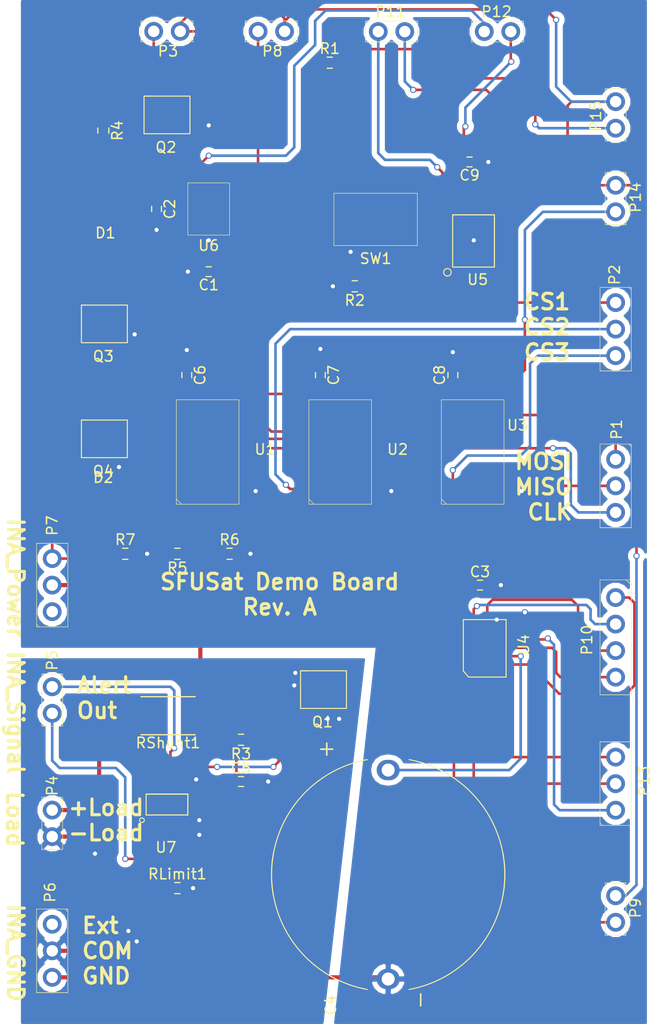
<source format=kicad_pcb>
(kicad_pcb (version 4) (host pcbnew 4.0.4-stable)

  (general
    (links 98)
    (no_connects 0)
    (area 169.924999 54.924999 270.075001 155.075001)
    (thickness 1.6)
    (drawings 15)
    (tracks 471)
    (zones 0)
    (modules 47)
    (nets 49)
  )

  (page A4)
  (layers
    (0 F.Cu signal)
    (31 B.Cu signal)
    (32 B.Adhes user)
    (33 F.Adhes user)
    (34 B.Paste user)
    (35 F.Paste user)
    (36 B.SilkS user)
    (37 F.SilkS user)
    (38 B.Mask user)
    (39 F.Mask user)
    (40 Dwgs.User user)
    (41 Cmts.User user)
    (42 Eco1.User user)
    (43 Eco2.User user hide)
    (44 Edge.Cuts user hide)
    (45 Margin user)
    (46 B.CrtYd user hide)
    (47 F.CrtYd user)
    (48 B.Fab user)
    (49 F.Fab user hide)
  )

  (setup
    (last_trace_width 0.25)
    (user_trace_width 0.254)
    (user_trace_width 0.4)
    (trace_clearance 0.2)
    (zone_clearance 0.508)
    (zone_45_only no)
    (trace_min 0.2)
    (segment_width 0.2)
    (edge_width 0.15)
    (via_size 0.6)
    (via_drill 0.4)
    (via_min_size 0.4)
    (via_min_drill 0.3)
    (user_via 0.55 0.4)
    (uvia_size 0.3)
    (uvia_drill 0.1)
    (uvias_allowed no)
    (uvia_min_size 0.2)
    (uvia_min_drill 0.1)
    (pcb_text_width 0.3)
    (pcb_text_size 1.5 1.5)
    (mod_edge_width 0.15)
    (mod_text_size 1 1)
    (mod_text_width 0.15)
    (pad_size 1.524 1.524)
    (pad_drill 0.762)
    (pad_to_mask_clearance 0.2)
    (aux_axis_origin 0 0)
    (visible_elements FFFFFF7F)
    (pcbplotparams
      (layerselection 0x00030_80000001)
      (usegerberextensions false)
      (excludeedgelayer true)
      (linewidth 0.100000)
      (plotframeref false)
      (viasonmask false)
      (mode 1)
      (useauxorigin false)
      (hpglpennumber 1)
      (hpglpenspeed 20)
      (hpglpendiameter 15)
      (hpglpenoverlay 2)
      (psnegative false)
      (psa4output false)
      (plotreference true)
      (plotvalue true)
      (plotinvisibletext false)
      (padsonsilk false)
      (subtractmaskfromsilk false)
      (outputformat 1)
      (mirror false)
      (drillshape 1)
      (scaleselection 1)
      (outputdirectory ""))
  )

  (net 0 "")
  (net 1 "Net-(C1-Pad1)")
  (net 2 GND)
  (net 3 +1V2)
  (net 4 "Net-(C3-Pad1)")
  (net 5 "Net-(C4-Pad1)")
  (net 6 INA_Supply)
  (net 7 INA_GND)
  (net 8 "Net-(C6-Pad2)")
  (net 9 "Net-(C9-Pad2)")
  (net 10 "Net-(D1-Pad1)")
  (net 11 "Net-(D1-Pad2)")
  (net 12 "Net-(D2-Pad1)")
  (net 13 "Net-(D2-Pad2)")
  (net 14 Flash_MOSI)
  (net 15 Flash_MISO)
  (net 16 Flash_SCK)
  (net 17 CS_1)
  (net 18 CS_2)
  (net 19 CS_3)
  (net 20 Header_GND)
  (net 21 +3V3)
  (net 22 Load+)
  (net 23 INA_Alert)
  (net 24 INA_Out)
  (net 25 "Net-(P6-Pad1)")
  (net 26 "Net-(P7-Pad1)")
  (net 27 RTC_SCL)
  (net 28 RTC_MISO)
  (net 29 RTC_MOSI)
  (net 30 RTC_CS)
  (net 31 WDI)
  (net 32 WD_RESET)
  (net 33 RTC_INT)
  (net 34 RTC_OE)
  (net 35 CLKOut)
  (net 36 "Net-(P15-Pad1)")
  (net 37 "Net-(R1-Pad2)")
  (net 38 "Net-(RLimit1-Pad1)")
  (net 39 "Net-(SW1-Pad4)")
  (net 40 "Net-(SW1-Pad2)")
  (net 41 "Net-(SW1-Pad1)")
  (net 42 "Net-(U1-Pad3)")
  (net 43 "Net-(U1-Pad7)")
  (net 44 "Net-(U2-Pad3)")
  (net 45 "Net-(U2-Pad7)")
  (net 46 "Net-(U3-Pad3)")
  (net 47 "Net-(U3-Pad7)")
  (net 48 "Net-(U6-Pad4)")

  (net_class Default "This is the default net class."
    (clearance 0.2)
    (trace_width 0.25)
    (via_dia 0.6)
    (via_drill 0.4)
    (uvia_dia 0.3)
    (uvia_drill 0.1)
    (add_net +1V2)
    (add_net +3V3)
    (add_net CLKOut)
    (add_net CS_1)
    (add_net CS_2)
    (add_net CS_3)
    (add_net Flash_MISO)
    (add_net Flash_MOSI)
    (add_net Flash_SCK)
    (add_net GND)
    (add_net Header_GND)
    (add_net INA_Alert)
    (add_net INA_GND)
    (add_net INA_Out)
    (add_net INA_Supply)
    (add_net Load+)
    (add_net "Net-(C1-Pad1)")
    (add_net "Net-(C3-Pad1)")
    (add_net "Net-(C4-Pad1)")
    (add_net "Net-(C6-Pad2)")
    (add_net "Net-(C9-Pad2)")
    (add_net "Net-(D1-Pad1)")
    (add_net "Net-(D1-Pad2)")
    (add_net "Net-(D2-Pad1)")
    (add_net "Net-(D2-Pad2)")
    (add_net "Net-(P15-Pad1)")
    (add_net "Net-(P6-Pad1)")
    (add_net "Net-(P7-Pad1)")
    (add_net "Net-(R1-Pad2)")
    (add_net "Net-(RLimit1-Pad1)")
    (add_net "Net-(SW1-Pad1)")
    (add_net "Net-(SW1-Pad2)")
    (add_net "Net-(SW1-Pad4)")
    (add_net "Net-(U1-Pad3)")
    (add_net "Net-(U1-Pad7)")
    (add_net "Net-(U2-Pad3)")
    (add_net "Net-(U2-Pad7)")
    (add_net "Net-(U3-Pad3)")
    (add_net "Net-(U3-Pad7)")
    (add_net "Net-(U6-Pad4)")
    (add_net RTC_CS)
    (add_net RTC_INT)
    (add_net RTC_MISO)
    (add_net RTC_MOSI)
    (add_net RTC_OE)
    (add_net RTC_SCL)
    (add_net WDI)
    (add_net WD_RESET)
  )

  (module Resistors_SMD:R_0402 (layer F.Cu) (tedit 58E0A804) (tstamp 59229738)
    (at 223 109 180)
    (descr "Resistor SMD 0402, reflow soldering, Vishay (see dcrcw.pdf)")
    (tags "resistor 0402")
    (path /59227A9B)
    (attr smd)
    (fp_text reference R5 (at 0 -1.35 180) (layer F.SilkS)
      (effects (font (size 1 1) (thickness 0.15)))
    )
    (fp_text value 220 (at 0 1.45 180) (layer F.Fab)
      (effects (font (size 1 1) (thickness 0.15)))
    )
    (fp_text user %R (at 0 -1.35 180) (layer F.Fab)
      (effects (font (size 1 1) (thickness 0.15)))
    )
    (fp_line (start -0.5 0.25) (end -0.5 -0.25) (layer F.Fab) (width 0.1))
    (fp_line (start 0.5 0.25) (end -0.5 0.25) (layer F.Fab) (width 0.1))
    (fp_line (start 0.5 -0.25) (end 0.5 0.25) (layer F.Fab) (width 0.1))
    (fp_line (start -0.5 -0.25) (end 0.5 -0.25) (layer F.Fab) (width 0.1))
    (fp_line (start 0.25 -0.53) (end -0.25 -0.53) (layer F.SilkS) (width 0.12))
    (fp_line (start -0.25 0.53) (end 0.25 0.53) (layer F.SilkS) (width 0.12))
    (fp_line (start -0.8 -0.45) (end 0.8 -0.45) (layer F.CrtYd) (width 0.05))
    (fp_line (start -0.8 -0.45) (end -0.8 0.45) (layer F.CrtYd) (width 0.05))
    (fp_line (start 0.8 0.45) (end 0.8 -0.45) (layer F.CrtYd) (width 0.05))
    (fp_line (start 0.8 0.45) (end -0.8 0.45) (layer F.CrtYd) (width 0.05))
    (pad 1 smd rect (at -0.45 0 180) (size 0.4 0.6) (layers F.Cu F.Paste F.Mask)
      (net 21 +3V3))
    (pad 2 smd rect (at 0.45 0 180) (size 0.4 0.6) (layers F.Cu F.Paste F.Mask)
      (net 13 "Net-(D2-Pad2)"))
    (model ${KISYS3DMOD}/Resistors_SMD.3dshapes/R_0402.wrl
      (at (xyz 0 0 0))
      (scale (xyz 1 1 1))
      (rotate (xyz 0 0 0))
    )
  )

  (module Capacitors_SMD:C_0402 (layer F.Cu) (tedit 58AA841A) (tstamp 5922965B)
    (at 226 82 180)
    (descr "Capacitor SMD 0402, reflow soldering, AVX (see smccp.pdf)")
    (tags "capacitor 0402")
    (path /591418D0)
    (attr smd)
    (fp_text reference C1 (at 0 -1.27 180) (layer F.SilkS)
      (effects (font (size 1 1) (thickness 0.15)))
    )
    (fp_text value 1µF (at 0 1.27 180) (layer F.Fab)
      (effects (font (size 1 1) (thickness 0.15)))
    )
    (fp_text user %R (at 0 -1.27 180) (layer F.Fab)
      (effects (font (size 1 1) (thickness 0.15)))
    )
    (fp_line (start -0.5 0.25) (end -0.5 -0.25) (layer F.Fab) (width 0.1))
    (fp_line (start 0.5 0.25) (end -0.5 0.25) (layer F.Fab) (width 0.1))
    (fp_line (start 0.5 -0.25) (end 0.5 0.25) (layer F.Fab) (width 0.1))
    (fp_line (start -0.5 -0.25) (end 0.5 -0.25) (layer F.Fab) (width 0.1))
    (fp_line (start 0.25 -0.47) (end -0.25 -0.47) (layer F.SilkS) (width 0.12))
    (fp_line (start -0.25 0.47) (end 0.25 0.47) (layer F.SilkS) (width 0.12))
    (fp_line (start -1 -0.4) (end 1 -0.4) (layer F.CrtYd) (width 0.05))
    (fp_line (start -1 -0.4) (end -1 0.4) (layer F.CrtYd) (width 0.05))
    (fp_line (start 1 0.4) (end 1 -0.4) (layer F.CrtYd) (width 0.05))
    (fp_line (start 1 0.4) (end -1 0.4) (layer F.CrtYd) (width 0.05))
    (pad 1 smd rect (at -0.55 0 180) (size 0.6 0.5) (layers F.Cu F.Paste F.Mask)
      (net 1 "Net-(C1-Pad1)"))
    (pad 2 smd rect (at 0.55 0 180) (size 0.6 0.5) (layers F.Cu F.Paste F.Mask)
      (net 2 GND))
    (model Capacitors_SMD.3dshapes/C_0402.wrl
      (at (xyz 0 0 0))
      (scale (xyz 1 1 1))
      (rotate (xyz 0 0 0))
    )
  )

  (module Capacitors_SMD:C_0402 (layer F.Cu) (tedit 58AA841A) (tstamp 59229661)
    (at 221 76 270)
    (descr "Capacitor SMD 0402, reflow soldering, AVX (see smccp.pdf)")
    (tags "capacitor 0402")
    (path /59141DEE)
    (attr smd)
    (fp_text reference C2 (at 0 -1.27 270) (layer F.SilkS)
      (effects (font (size 1 1) (thickness 0.15)))
    )
    (fp_text value 1µF (at 0 1.27 270) (layer F.Fab)
      (effects (font (size 1 1) (thickness 0.15)))
    )
    (fp_text user %R (at 0 -1.27 270) (layer F.Fab)
      (effects (font (size 1 1) (thickness 0.15)))
    )
    (fp_line (start -0.5 0.25) (end -0.5 -0.25) (layer F.Fab) (width 0.1))
    (fp_line (start 0.5 0.25) (end -0.5 0.25) (layer F.Fab) (width 0.1))
    (fp_line (start 0.5 -0.25) (end 0.5 0.25) (layer F.Fab) (width 0.1))
    (fp_line (start -0.5 -0.25) (end 0.5 -0.25) (layer F.Fab) (width 0.1))
    (fp_line (start 0.25 -0.47) (end -0.25 -0.47) (layer F.SilkS) (width 0.12))
    (fp_line (start -0.25 0.47) (end 0.25 0.47) (layer F.SilkS) (width 0.12))
    (fp_line (start -1 -0.4) (end 1 -0.4) (layer F.CrtYd) (width 0.05))
    (fp_line (start -1 -0.4) (end -1 0.4) (layer F.CrtYd) (width 0.05))
    (fp_line (start 1 0.4) (end 1 -0.4) (layer F.CrtYd) (width 0.05))
    (fp_line (start 1 0.4) (end -1 0.4) (layer F.CrtYd) (width 0.05))
    (pad 1 smd rect (at -0.55 0 270) (size 0.6 0.5) (layers F.Cu F.Paste F.Mask)
      (net 3 +1V2))
    (pad 2 smd rect (at 0.55 0 270) (size 0.6 0.5) (layers F.Cu F.Paste F.Mask)
      (net 2 GND))
    (model Capacitors_SMD.3dshapes/C_0402.wrl
      (at (xyz 0 0 0))
      (scale (xyz 1 1 1))
      (rotate (xyz 0 0 0))
    )
  )

  (module Capacitors_SMD:C_0402 (layer F.Cu) (tedit 58AA841A) (tstamp 59229667)
    (at 252 112)
    (descr "Capacitor SMD 0402, reflow soldering, AVX (see smccp.pdf)")
    (tags "capacitor 0402")
    (path /591B5E05)
    (attr smd)
    (fp_text reference C3 (at 0 -1.27) (layer F.SilkS)
      (effects (font (size 1 1) (thickness 0.15)))
    )
    (fp_text value 10nF (at 0 1.27) (layer F.Fab)
      (effects (font (size 1 1) (thickness 0.15)))
    )
    (fp_text user %R (at 0 -1.27) (layer F.Fab)
      (effects (font (size 1 1) (thickness 0.15)))
    )
    (fp_line (start -0.5 0.25) (end -0.5 -0.25) (layer F.Fab) (width 0.1))
    (fp_line (start 0.5 0.25) (end -0.5 0.25) (layer F.Fab) (width 0.1))
    (fp_line (start 0.5 -0.25) (end 0.5 0.25) (layer F.Fab) (width 0.1))
    (fp_line (start -0.5 -0.25) (end 0.5 -0.25) (layer F.Fab) (width 0.1))
    (fp_line (start 0.25 -0.47) (end -0.25 -0.47) (layer F.SilkS) (width 0.12))
    (fp_line (start -0.25 0.47) (end 0.25 0.47) (layer F.SilkS) (width 0.12))
    (fp_line (start -1 -0.4) (end 1 -0.4) (layer F.CrtYd) (width 0.05))
    (fp_line (start -1 -0.4) (end -1 0.4) (layer F.CrtYd) (width 0.05))
    (fp_line (start 1 0.4) (end 1 -0.4) (layer F.CrtYd) (width 0.05))
    (fp_line (start 1 0.4) (end -1 0.4) (layer F.CrtYd) (width 0.05))
    (pad 1 smd rect (at -0.55 0) (size 0.6 0.5) (layers F.Cu F.Paste F.Mask)
      (net 4 "Net-(C3-Pad1)"))
    (pad 2 smd rect (at 0.55 0) (size 0.6 0.5) (layers F.Cu F.Paste F.Mask)
      (net 2 GND))
    (model Capacitors_SMD.3dshapes/C_0402.wrl
      (at (xyz 0 0 0))
      (scale (xyz 1 1 1))
      (rotate (xyz 0 0 0))
    )
  )

  (module SFUSat:Supercap_v2 (layer F.Cu) (tedit 592294D8) (tstamp 59229673)
    (at 243.2 139.7 270)
    (path /591B6FF8)
    (fp_text reference C4 (at 12.5 5.5 270) (layer F.SilkS)
      (effects (font (size 1 1) (thickness 0.15)))
    )
    (fp_text value 470µF (at -0.5 -12.5 270) (layer F.Fab)
      (effects (font (size 1 1) (thickness 0.15)))
    )
    (fp_text user - (at 12 -3 270) (layer F.SilkS)
      (effects (font (size 1.5 1.5) (thickness 0.15)))
    )
    (fp_text user + (at -12 6 270) (layer F.SilkS)
      (effects (font (size 1.5 1.5) (thickness 0.15)))
    )
    (fp_arc (start 0 0) (end 11 2) (angle 90) (layer F.SilkS) (width 0.1))
    (fp_arc (start 0 0) (end 2 11) (angle 90) (layer F.SilkS) (width 0.1))
    (fp_arc (start 0 0) (end -11 -2) (angle 90) (layer F.SilkS) (width 0.1))
    (fp_arc (start 0 0) (end -2 -11) (angle 90) (layer F.SilkS) (width 0.1))
    (pad 1 thru_hole oval (at -10 0 270) (size 1.95 2.2) (drill 1.25) (layers *.Cu *.Mask)
      (net 5 "Net-(C4-Pad1)"))
    (pad 2 thru_hole oval (at 10 0 270) (size 1.95 2.2) (drill 1.25) (layers *.Cu *.Mask)
      (net 2 GND))
  )

  (module Capacitors_SMD:C_0402 (layer F.Cu) (tedit 58AA841A) (tstamp 59229679)
    (at 229.1 130.8)
    (descr "Capacitor SMD 0402, reflow soldering, AVX (see smccp.pdf)")
    (tags "capacitor 0402")
    (path /591CF379)
    (attr smd)
    (fp_text reference C5 (at 0 -1.27) (layer F.SilkS)
      (effects (font (size 1 1) (thickness 0.15)))
    )
    (fp_text value 1µF (at 0 1.27) (layer F.Fab)
      (effects (font (size 1 1) (thickness 0.15)))
    )
    (fp_text user %R (at 0 -1.27) (layer F.Fab)
      (effects (font (size 1 1) (thickness 0.15)))
    )
    (fp_line (start -0.5 0.25) (end -0.5 -0.25) (layer F.Fab) (width 0.1))
    (fp_line (start 0.5 0.25) (end -0.5 0.25) (layer F.Fab) (width 0.1))
    (fp_line (start 0.5 -0.25) (end 0.5 0.25) (layer F.Fab) (width 0.1))
    (fp_line (start -0.5 -0.25) (end 0.5 -0.25) (layer F.Fab) (width 0.1))
    (fp_line (start 0.25 -0.47) (end -0.25 -0.47) (layer F.SilkS) (width 0.12))
    (fp_line (start -0.25 0.47) (end 0.25 0.47) (layer F.SilkS) (width 0.12))
    (fp_line (start -1 -0.4) (end 1 -0.4) (layer F.CrtYd) (width 0.05))
    (fp_line (start -1 -0.4) (end -1 0.4) (layer F.CrtYd) (width 0.05))
    (fp_line (start 1 0.4) (end 1 -0.4) (layer F.CrtYd) (width 0.05))
    (fp_line (start 1 0.4) (end -1 0.4) (layer F.CrtYd) (width 0.05))
    (pad 1 smd rect (at -0.55 0) (size 0.6 0.5) (layers F.Cu F.Paste F.Mask)
      (net 6 INA_Supply))
    (pad 2 smd rect (at 0.55 0) (size 0.6 0.5) (layers F.Cu F.Paste F.Mask)
      (net 7 INA_GND))
    (model Capacitors_SMD.3dshapes/C_0402.wrl
      (at (xyz 0 0 0))
      (scale (xyz 1 1 1))
      (rotate (xyz 0 0 0))
    )
  )

  (module Capacitors_SMD:C_0402 (layer F.Cu) (tedit 58AA841A) (tstamp 5922967F)
    (at 223.9 91.9 270)
    (descr "Capacitor SMD 0402, reflow soldering, AVX (see smccp.pdf)")
    (tags "capacitor 0402")
    (path /591EFB2E)
    (attr smd)
    (fp_text reference C6 (at 0 -1.27 270) (layer F.SilkS)
      (effects (font (size 1 1) (thickness 0.15)))
    )
    (fp_text value 1µF (at 0 1.27 270) (layer F.Fab)
      (effects (font (size 1 1) (thickness 0.15)))
    )
    (fp_text user %R (at 0 -1.27 270) (layer F.Fab)
      (effects (font (size 1 1) (thickness 0.15)))
    )
    (fp_line (start -0.5 0.25) (end -0.5 -0.25) (layer F.Fab) (width 0.1))
    (fp_line (start 0.5 0.25) (end -0.5 0.25) (layer F.Fab) (width 0.1))
    (fp_line (start 0.5 -0.25) (end 0.5 0.25) (layer F.Fab) (width 0.1))
    (fp_line (start -0.5 -0.25) (end 0.5 -0.25) (layer F.Fab) (width 0.1))
    (fp_line (start 0.25 -0.47) (end -0.25 -0.47) (layer F.SilkS) (width 0.12))
    (fp_line (start -0.25 0.47) (end 0.25 0.47) (layer F.SilkS) (width 0.12))
    (fp_line (start -1 -0.4) (end 1 -0.4) (layer F.CrtYd) (width 0.05))
    (fp_line (start -1 -0.4) (end -1 0.4) (layer F.CrtYd) (width 0.05))
    (fp_line (start 1 0.4) (end 1 -0.4) (layer F.CrtYd) (width 0.05))
    (fp_line (start 1 0.4) (end -1 0.4) (layer F.CrtYd) (width 0.05))
    (pad 1 smd rect (at -0.55 0 270) (size 0.6 0.5) (layers F.Cu F.Paste F.Mask)
      (net 2 GND))
    (pad 2 smd rect (at 0.55 0 270) (size 0.6 0.5) (layers F.Cu F.Paste F.Mask)
      (net 8 "Net-(C6-Pad2)"))
    (model Capacitors_SMD.3dshapes/C_0402.wrl
      (at (xyz 0 0 0))
      (scale (xyz 1 1 1))
      (rotate (xyz 0 0 0))
    )
  )

  (module Capacitors_SMD:C_0402 (layer F.Cu) (tedit 58AA841A) (tstamp 59229685)
    (at 236.7 91.9 270)
    (descr "Capacitor SMD 0402, reflow soldering, AVX (see smccp.pdf)")
    (tags "capacitor 0402")
    (path /591EFAA0)
    (attr smd)
    (fp_text reference C7 (at 0 -1.27 270) (layer F.SilkS)
      (effects (font (size 1 1) (thickness 0.15)))
    )
    (fp_text value 1µF (at 0 1.27 270) (layer F.Fab)
      (effects (font (size 1 1) (thickness 0.15)))
    )
    (fp_text user %R (at 0 -1.27 270) (layer F.Fab)
      (effects (font (size 1 1) (thickness 0.15)))
    )
    (fp_line (start -0.5 0.25) (end -0.5 -0.25) (layer F.Fab) (width 0.1))
    (fp_line (start 0.5 0.25) (end -0.5 0.25) (layer F.Fab) (width 0.1))
    (fp_line (start 0.5 -0.25) (end 0.5 0.25) (layer F.Fab) (width 0.1))
    (fp_line (start -0.5 -0.25) (end 0.5 -0.25) (layer F.Fab) (width 0.1))
    (fp_line (start 0.25 -0.47) (end -0.25 -0.47) (layer F.SilkS) (width 0.12))
    (fp_line (start -0.25 0.47) (end 0.25 0.47) (layer F.SilkS) (width 0.12))
    (fp_line (start -1 -0.4) (end 1 -0.4) (layer F.CrtYd) (width 0.05))
    (fp_line (start -1 -0.4) (end -1 0.4) (layer F.CrtYd) (width 0.05))
    (fp_line (start 1 0.4) (end 1 -0.4) (layer F.CrtYd) (width 0.05))
    (fp_line (start 1 0.4) (end -1 0.4) (layer F.CrtYd) (width 0.05))
    (pad 1 smd rect (at -0.55 0 270) (size 0.6 0.5) (layers F.Cu F.Paste F.Mask)
      (net 2 GND))
    (pad 2 smd rect (at 0.55 0 270) (size 0.6 0.5) (layers F.Cu F.Paste F.Mask)
      (net 8 "Net-(C6-Pad2)"))
    (model Capacitors_SMD.3dshapes/C_0402.wrl
      (at (xyz 0 0 0))
      (scale (xyz 1 1 1))
      (rotate (xyz 0 0 0))
    )
  )

  (module Capacitors_SMD:C_0402 (layer F.Cu) (tedit 58AA841A) (tstamp 5922968B)
    (at 249.4 91.9 90)
    (descr "Capacitor SMD 0402, reflow soldering, AVX (see smccp.pdf)")
    (tags "capacitor 0402")
    (path /591EF29C)
    (attr smd)
    (fp_text reference C8 (at 0 -1.27 90) (layer F.SilkS)
      (effects (font (size 1 1) (thickness 0.15)))
    )
    (fp_text value 1µF (at 0 1.27 90) (layer F.Fab)
      (effects (font (size 1 1) (thickness 0.15)))
    )
    (fp_text user %R (at 0 -1.27 90) (layer F.Fab)
      (effects (font (size 1 1) (thickness 0.15)))
    )
    (fp_line (start -0.5 0.25) (end -0.5 -0.25) (layer F.Fab) (width 0.1))
    (fp_line (start 0.5 0.25) (end -0.5 0.25) (layer F.Fab) (width 0.1))
    (fp_line (start 0.5 -0.25) (end 0.5 0.25) (layer F.Fab) (width 0.1))
    (fp_line (start -0.5 -0.25) (end 0.5 -0.25) (layer F.Fab) (width 0.1))
    (fp_line (start 0.25 -0.47) (end -0.25 -0.47) (layer F.SilkS) (width 0.12))
    (fp_line (start -0.25 0.47) (end 0.25 0.47) (layer F.SilkS) (width 0.12))
    (fp_line (start -1 -0.4) (end 1 -0.4) (layer F.CrtYd) (width 0.05))
    (fp_line (start -1 -0.4) (end -1 0.4) (layer F.CrtYd) (width 0.05))
    (fp_line (start 1 0.4) (end 1 -0.4) (layer F.CrtYd) (width 0.05))
    (fp_line (start 1 0.4) (end -1 0.4) (layer F.CrtYd) (width 0.05))
    (pad 1 smd rect (at -0.55 0 90) (size 0.6 0.5) (layers F.Cu F.Paste F.Mask)
      (net 8 "Net-(C6-Pad2)"))
    (pad 2 smd rect (at 0.55 0 90) (size 0.6 0.5) (layers F.Cu F.Paste F.Mask)
      (net 2 GND))
    (model Capacitors_SMD.3dshapes/C_0402.wrl
      (at (xyz 0 0 0))
      (scale (xyz 1 1 1))
      (rotate (xyz 0 0 0))
    )
  )

  (module Capacitors_SMD:C_0402 (layer F.Cu) (tedit 58AA841A) (tstamp 59229691)
    (at 251 71.5 180)
    (descr "Capacitor SMD 0402, reflow soldering, AVX (see smccp.pdf)")
    (tags "capacitor 0402")
    (path /591F1679)
    (attr smd)
    (fp_text reference C9 (at 0 -1.27 180) (layer F.SilkS)
      (effects (font (size 1 1) (thickness 0.15)))
    )
    (fp_text value 1µF (at 0 1.27 180) (layer F.Fab)
      (effects (font (size 1 1) (thickness 0.15)))
    )
    (fp_text user %R (at 0 -1.27 180) (layer F.Fab)
      (effects (font (size 1 1) (thickness 0.15)))
    )
    (fp_line (start -0.5 0.25) (end -0.5 -0.25) (layer F.Fab) (width 0.1))
    (fp_line (start 0.5 0.25) (end -0.5 0.25) (layer F.Fab) (width 0.1))
    (fp_line (start 0.5 -0.25) (end 0.5 0.25) (layer F.Fab) (width 0.1))
    (fp_line (start -0.5 -0.25) (end 0.5 -0.25) (layer F.Fab) (width 0.1))
    (fp_line (start 0.25 -0.47) (end -0.25 -0.47) (layer F.SilkS) (width 0.12))
    (fp_line (start -0.25 0.47) (end 0.25 0.47) (layer F.SilkS) (width 0.12))
    (fp_line (start -1 -0.4) (end 1 -0.4) (layer F.CrtYd) (width 0.05))
    (fp_line (start -1 -0.4) (end -1 0.4) (layer F.CrtYd) (width 0.05))
    (fp_line (start 1 0.4) (end 1 -0.4) (layer F.CrtYd) (width 0.05))
    (fp_line (start 1 0.4) (end -1 0.4) (layer F.CrtYd) (width 0.05))
    (pad 1 smd rect (at -0.55 0 180) (size 0.6 0.5) (layers F.Cu F.Paste F.Mask)
      (net 2 GND))
    (pad 2 smd rect (at 0.55 0 180) (size 0.6 0.5) (layers F.Cu F.Paste F.Mask)
      (net 9 "Net-(C9-Pad2)"))
    (model Capacitors_SMD.3dshapes/C_0402.wrl
      (at (xyz 0 0 0))
      (scale (xyz 1 1 1))
      (rotate (xyz 0 0 0))
    )
  )

  (module SFUSat:LED_150060GS75000 (layer F.Cu) (tedit 59225BEF) (tstamp 59229697)
    (at 216 76)
    (path /59227BF5)
    (fp_text reference D1 (at 0.1 2.3) (layer F.SilkS)
      (effects (font (size 1 1) (thickness 0.15)))
    )
    (fp_text value "3.3V On" (at 12 -8.5) (layer F.Fab)
      (effects (font (size 1 1) (thickness 0.15)))
    )
    (pad 1 smd rect (at -0.8 0) (size 0.8 0.8) (layers F.Cu F.Paste F.Mask)
      (net 10 "Net-(D1-Pad1)"))
    (pad 2 smd rect (at 0.8 0) (size 0.8 0.8) (layers F.Cu F.Paste F.Mask)
      (net 11 "Net-(D1-Pad2)"))
  )

  (module SFUSat:LED_150060GS75000 (layer F.Cu) (tedit 59225BEF) (tstamp 5922969D)
    (at 216 104 180)
    (path /59227B44)
    (fp_text reference D2 (at 0.1 2.3 180) (layer F.SilkS)
      (effects (font (size 1 1) (thickness 0.15)))
    )
    (fp_text value "1.2V On" (at 12 -8.5 180) (layer F.Fab)
      (effects (font (size 1 1) (thickness 0.15)))
    )
    (pad 1 smd rect (at -0.8 0 180) (size 0.8 0.8) (layers F.Cu F.Paste F.Mask)
      (net 12 "Net-(D2-Pad1)"))
    (pad 2 smd rect (at 0.8 0 180) (size 0.8 0.8) (layers F.Cu F.Paste F.Mask)
      (net 13 "Net-(D2-Pad2)"))
  )

  (module SFUSat:3x_01In_Header (layer F.Cu) (tedit 5923E7F1) (tstamp 592296A4)
    (at 265 102.5 270)
    (path /5913FA6D)
    (fp_text reference P1 (at -5.4 -0.1 270) (layer F.SilkS)
      (effects (font (size 1 1) (thickness 0.15)))
    )
    (fp_text value SPI_Header (at 0 -2.75 270) (layer F.Fab)
      (effects (font (size 1 1) (thickness 0.15)))
    )
    (fp_line (start -4 -1.25) (end -3.75 -1.5) (layer F.SilkS) (width 0.05))
    (fp_line (start -4 1.5) (end -4 -1.5) (layer F.SilkS) (width 0.05))
    (fp_line (start 4 1.5) (end -4 1.5) (layer F.SilkS) (width 0.05))
    (fp_line (start 4 -1.5) (end 4 1.5) (layer F.SilkS) (width 0.05))
    (fp_line (start 4 1.5) (end 4 -1.5) (layer F.SilkS) (width 0.05))
    (fp_line (start -4 -1.5) (end 4 -1.5) (layer F.SilkS) (width 0.05))
    (pad 1 thru_hole circle (at -2.54 0 270) (size 1.8 1.8) (drill 1.1) (layers *.Cu *.Mask)
      (net 14 Flash_MOSI))
    (pad 2 thru_hole circle (at 0 0 270) (size 1.8 1.8) (drill 1.1) (layers *.Cu *.Mask)
      (net 15 Flash_MISO))
    (pad 3 thru_hole circle (at 2.54 0 270) (size 1.8 1.8) (drill 1.1) (layers *.Cu *.Mask)
      (net 16 Flash_SCK))
  )

  (module SFUSat:3x_01In_Header (layer F.Cu) (tedit 5923E824) (tstamp 592296AB)
    (at 265 87.5 270)
    (path /5913FBAF)
    (fp_text reference P2 (at -5.2 0.1 270) (layer F.SilkS)
      (effects (font (size 1 1) (thickness 0.15)))
    )
    (fp_text value 3x_CS_Header (at 0 -2.75 270) (layer F.Fab)
      (effects (font (size 1 1) (thickness 0.15)))
    )
    (fp_line (start -4 -1.25) (end -3.75 -1.5) (layer F.SilkS) (width 0.05))
    (fp_line (start -4 1.5) (end -4 -1.5) (layer F.SilkS) (width 0.05))
    (fp_line (start 4 1.5) (end -4 1.5) (layer F.SilkS) (width 0.05))
    (fp_line (start 4 -1.5) (end 4 1.5) (layer F.SilkS) (width 0.05))
    (fp_line (start 4 1.5) (end 4 -1.5) (layer F.SilkS) (width 0.05))
    (fp_line (start -4 -1.5) (end 4 -1.5) (layer F.SilkS) (width 0.05))
    (pad 1 thru_hole circle (at -2.54 0 270) (size 1.8 1.8) (drill 1.1) (layers *.Cu *.Mask)
      (net 17 CS_1))
    (pad 2 thru_hole circle (at 0 0 270) (size 1.8 1.8) (drill 1.1) (layers *.Cu *.Mask)
      (net 18 CS_2))
    (pad 3 thru_hole circle (at 2.54 0 270) (size 1.8 1.8) (drill 1.1) (layers *.Cu *.Mask)
      (net 19 CS_3))
  )

  (module SFUSat:2x01In_Header (layer F.Cu) (tedit 59227D11) (tstamp 592296B1)
    (at 222 59 180)
    (path /59140EA3)
    (fp_text reference P3 (at -0.1 -1.9 180) (layer F.SilkS)
      (effects (font (size 1 1) (thickness 0.15)))
    )
    (fp_text value Power_Header (at 1.5 2.2 180) (layer F.Fab)
      (effects (font (size 1 1) (thickness 0.15)))
    )
    (fp_line (start -2.5 -0.5) (end -2 -1) (layer F.SilkS) (width 0.05))
    (fp_line (start 2.5 -1) (end 2.5 1) (layer F.SilkS) (width 0.05))
    (fp_line (start -2.5 -1) (end -2.5 1) (layer F.SilkS) (width 0.05))
    (fp_line (start 2.5 1) (end -2.5 1) (layer F.SilkS) (width 0.05))
    (fp_line (start 2.5 -1) (end 2.5 1) (layer F.SilkS) (width 0.05))
    (fp_line (start -2.5 -1) (end 2.5 -1) (layer F.SilkS) (width 0.05))
    (pad 2 thru_hole circle (at 1.27 0 180) (size 1.8 1.8) (drill 1.1) (layers *.Cu *.Mask)
      (net 20 Header_GND))
    (pad 1 thru_hole circle (at -1.27 0 180) (size 1.8 1.8) (drill 1.1) (layers *.Cu *.Mask)
      (net 21 +3V3))
  )

  (module SFUSat:2x01In_Header (layer F.Cu) (tedit 5923E937) (tstamp 592296B7)
    (at 211 134.8 270)
    (path /591EADC5)
    (fp_text reference P4 (at -3.6 0 270) (layer F.SilkS)
      (effects (font (size 1 1) (thickness 0.15)))
    )
    (fp_text value LOAD (at 4.6 0.1 270) (layer F.Fab)
      (effects (font (size 1 1) (thickness 0.15)))
    )
    (fp_line (start -2.5 -0.5) (end -2 -1) (layer F.SilkS) (width 0.05))
    (fp_line (start 2.5 -1) (end 2.5 1) (layer F.SilkS) (width 0.05))
    (fp_line (start -2.5 -1) (end -2.5 1) (layer F.SilkS) (width 0.05))
    (fp_line (start 2.5 1) (end -2.5 1) (layer F.SilkS) (width 0.05))
    (fp_line (start 2.5 -1) (end 2.5 1) (layer F.SilkS) (width 0.05))
    (fp_line (start -2.5 -1) (end 2.5 -1) (layer F.SilkS) (width 0.05))
    (pad 2 thru_hole circle (at 1.27 0 270) (size 1.8 1.8) (drill 1.1) (layers *.Cu *.Mask)
      (net 7 INA_GND))
    (pad 1 thru_hole circle (at -1.27 0 270) (size 1.8 1.8) (drill 1.1) (layers *.Cu *.Mask)
      (net 22 Load+))
  )

  (module SFUSat:2x01In_Header (layer F.Cu) (tedit 5923E974) (tstamp 592296BD)
    (at 211 123 90)
    (path /591D2779)
    (fp_text reference P5 (at 3.8 0 90) (layer F.SilkS)
      (effects (font (size 1 1) (thickness 0.15)))
    )
    (fp_text value INA_Signal (at 1.5 2.2 90) (layer F.Fab)
      (effects (font (size 1 1) (thickness 0.15)))
    )
    (fp_line (start -2.5 -0.5) (end -2 -1) (layer F.SilkS) (width 0.05))
    (fp_line (start 2.5 -1) (end 2.5 1) (layer F.SilkS) (width 0.05))
    (fp_line (start -2.5 -1) (end -2.5 1) (layer F.SilkS) (width 0.05))
    (fp_line (start 2.5 1) (end -2.5 1) (layer F.SilkS) (width 0.05))
    (fp_line (start 2.5 -1) (end 2.5 1) (layer F.SilkS) (width 0.05))
    (fp_line (start -2.5 -1) (end 2.5 -1) (layer F.SilkS) (width 0.05))
    (pad 2 thru_hole circle (at 1.27 0 90) (size 1.8 1.8) (drill 1.1) (layers *.Cu *.Mask)
      (net 23 INA_Alert))
    (pad 1 thru_hole circle (at -1.27 0 90) (size 1.8 1.8) (drill 1.1) (layers *.Cu *.Mask)
      (net 24 INA_Out))
  )

  (module SFUSat:3x_01In_Header (layer F.Cu) (tedit 5923E90E) (tstamp 592296C4)
    (at 211 147 270)
    (path /591CEA92)
    (fp_text reference P6 (at -5.6 0.2 270) (layer F.SilkS)
      (effects (font (size 1 1) (thickness 0.15)))
    )
    (fp_text value INA_GND (at 0 -2.75 450) (layer F.Fab)
      (effects (font (size 1 1) (thickness 0.15)))
    )
    (fp_line (start -4 -1.25) (end -3.75 -1.5) (layer F.SilkS) (width 0.05))
    (fp_line (start -4 1.5) (end -4 -1.5) (layer F.SilkS) (width 0.05))
    (fp_line (start 4 1.5) (end -4 1.5) (layer F.SilkS) (width 0.05))
    (fp_line (start 4 -1.5) (end 4 1.5) (layer F.SilkS) (width 0.05))
    (fp_line (start 4 1.5) (end 4 -1.5) (layer F.SilkS) (width 0.05))
    (fp_line (start -4 -1.5) (end 4 -1.5) (layer F.SilkS) (width 0.05))
    (pad 1 thru_hole circle (at -2.54 0 270) (size 1.8 1.8) (drill 1.1) (layers *.Cu *.Mask)
      (net 25 "Net-(P6-Pad1)"))
    (pad 2 thru_hole circle (at 0 0 270) (size 1.8 1.8) (drill 1.1) (layers *.Cu *.Mask)
      (net 7 INA_GND))
    (pad 3 thru_hole circle (at 2.54 0 270) (size 1.8 1.8) (drill 1.1) (layers *.Cu *.Mask)
      (net 2 GND))
  )

  (module SFUSat:3x_01In_Header (layer F.Cu) (tedit 5923E9CE) (tstamp 592296CB)
    (at 211 112 90)
    (path /591CE65E)
    (fp_text reference P7 (at 5.7 0 90) (layer F.SilkS)
      (effects (font (size 1 1) (thickness 0.15)))
    )
    (fp_text value INA_Power (at 0 -2.75 90) (layer F.Fab)
      (effects (font (size 1 1) (thickness 0.15)))
    )
    (fp_line (start -4 -1.25) (end -3.75 -1.5) (layer F.SilkS) (width 0.05))
    (fp_line (start -4 1.5) (end -4 -1.5) (layer F.SilkS) (width 0.05))
    (fp_line (start 4 1.5) (end -4 1.5) (layer F.SilkS) (width 0.05))
    (fp_line (start 4 -1.5) (end 4 1.5) (layer F.SilkS) (width 0.05))
    (fp_line (start 4 1.5) (end 4 -1.5) (layer F.SilkS) (width 0.05))
    (fp_line (start -4 -1.5) (end 4 -1.5) (layer F.SilkS) (width 0.05))
    (pad 1 thru_hole circle (at -2.54 0 90) (size 1.8 1.8) (drill 1.1) (layers *.Cu *.Mask)
      (net 26 "Net-(P7-Pad1)"))
    (pad 2 thru_hole circle (at 0 0 90) (size 1.8 1.8) (drill 1.1) (layers *.Cu *.Mask)
      (net 6 INA_Supply))
    (pad 3 thru_hole circle (at 2.54 0 90) (size 1.8 1.8) (drill 1.1) (layers *.Cu *.Mask)
      (net 21 +3V3))
  )

  (module SFUSat:2x01In_Header (layer F.Cu) (tedit 59227D11) (tstamp 592296D1)
    (at 232 59 180)
    (path /591F087D)
    (fp_text reference P8 (at -0.1 -1.9 180) (layer F.SilkS)
      (effects (font (size 1 1) (thickness 0.15)))
    )
    (fp_text value 1.2V_3.3V_NC (at 1.5 2.2 180) (layer F.Fab)
      (effects (font (size 1 1) (thickness 0.15)))
    )
    (fp_line (start -2.5 -0.5) (end -2 -1) (layer F.SilkS) (width 0.05))
    (fp_line (start 2.5 -1) (end 2.5 1) (layer F.SilkS) (width 0.05))
    (fp_line (start -2.5 -1) (end -2.5 1) (layer F.SilkS) (width 0.05))
    (fp_line (start 2.5 1) (end -2.5 1) (layer F.SilkS) (width 0.05))
    (fp_line (start 2.5 -1) (end 2.5 1) (layer F.SilkS) (width 0.05))
    (fp_line (start -2.5 -1) (end 2.5 -1) (layer F.SilkS) (width 0.05))
    (pad 2 thru_hole circle (at 1.27 0 180) (size 1.8 1.8) (drill 1.1) (layers *.Cu *.Mask)
      (net 1 "Net-(C1-Pad1)"))
    (pad 1 thru_hole circle (at -1.27 0 180) (size 1.8 1.8) (drill 1.1) (layers *.Cu *.Mask)
      (net 21 +3V3))
  )

  (module SFUSat:2x01In_Header (layer F.Cu) (tedit 59227D11) (tstamp 592296D7)
    (at 265 143 270)
    (path /591F1E13)
    (fp_text reference P9 (at -0.1 -1.9 270) (layer F.SilkS)
      (effects (font (size 1 1) (thickness 0.15)))
    )
    (fp_text value RTC_3.3_NC (at 1.5 2.2 270) (layer F.Fab)
      (effects (font (size 1 1) (thickness 0.15)))
    )
    (fp_line (start -2.5 -0.5) (end -2 -1) (layer F.SilkS) (width 0.05))
    (fp_line (start 2.5 -1) (end 2.5 1) (layer F.SilkS) (width 0.05))
    (fp_line (start -2.5 -1) (end -2.5 1) (layer F.SilkS) (width 0.05))
    (fp_line (start 2.5 1) (end -2.5 1) (layer F.SilkS) (width 0.05))
    (fp_line (start 2.5 -1) (end 2.5 1) (layer F.SilkS) (width 0.05))
    (fp_line (start -2.5 -1) (end 2.5 -1) (layer F.SilkS) (width 0.05))
    (pad 2 thru_hole circle (at 1.27 0 270) (size 1.8 1.8) (drill 1.1) (layers *.Cu *.Mask)
      (net 4 "Net-(C3-Pad1)"))
    (pad 1 thru_hole circle (at -1.27 0 270) (size 1.8 1.8) (drill 1.1) (layers *.Cu *.Mask)
      (net 21 +3V3))
  )

  (module SFUSat:4x01In_Header (layer F.Cu) (tedit 59227EB2) (tstamp 592296DF)
    (at 265 117 270)
    (path /591B75C2)
    (fp_text reference P10 (at 0.25 2.75 270) (layer F.SilkS)
      (effects (font (size 1 1) (thickness 0.15)))
    )
    (fp_text value RTC_Serial (at -0.25 -2.25 270) (layer F.Fab)
      (effects (font (size 1 1) (thickness 0.15)))
    )
    (fp_line (start -5.5 -1) (end -5 -1.5) (layer F.SilkS) (width 0.05))
    (fp_line (start -5 -1.5) (end -5.5 -1.5) (layer F.SilkS) (width 0.05))
    (fp_line (start -5.5 1.5) (end -5.5 -1.5) (layer F.SilkS) (width 0.05))
    (fp_line (start 5.5 1.5) (end -5.5 1.5) (layer F.SilkS) (width 0.05))
    (fp_line (start 5.5 1.5) (end 5.5 -1.5) (layer F.SilkS) (width 0.05))
    (fp_line (start 5.5 -1.5) (end 5.5 1.5) (layer F.SilkS) (width 0.05))
    (fp_line (start -5 -1.5) (end 5.5 -1.5) (layer F.SilkS) (width 0.05))
    (pad 3 thru_hole circle (at 1.27 0 270) (size 1.8 1.8) (drill 1.1) (layers *.Cu *.Mask)
      (net 27 RTC_SCL))
    (pad 2 thru_hole circle (at -1.27 0 270) (size 1.8 1.8) (drill 1.1) (layers *.Cu *.Mask)
      (net 28 RTC_MISO))
    (pad 1 thru_hole circle (at -3.81 0 270) (size 1.8 1.8) (drill 1.1) (layers *.Cu *.Mask)
      (net 29 RTC_MOSI))
    (pad 4 thru_hole circle (at 3.81 0 270) (size 1.8 1.8) (drill 1.1) (layers *.Cu *.Mask)
      (net 30 RTC_CS))
  )

  (module SFUSat:2x01In_Header (layer F.Cu) (tedit 59227D11) (tstamp 592296E5)
    (at 243.52 59.02)
    (path /591EA119)
    (fp_text reference P11 (at -0.1 -1.9) (layer F.SilkS)
      (effects (font (size 1 1) (thickness 0.15)))
    )
    (fp_text value WD_Header (at 1.5 2.2) (layer F.Fab)
      (effects (font (size 1 1) (thickness 0.15)))
    )
    (fp_line (start -2.5 -0.5) (end -2 -1) (layer F.SilkS) (width 0.05))
    (fp_line (start 2.5 -1) (end 2.5 1) (layer F.SilkS) (width 0.05))
    (fp_line (start -2.5 -1) (end -2.5 1) (layer F.SilkS) (width 0.05))
    (fp_line (start 2.5 1) (end -2.5 1) (layer F.SilkS) (width 0.05))
    (fp_line (start 2.5 -1) (end 2.5 1) (layer F.SilkS) (width 0.05))
    (fp_line (start -2.5 -1) (end 2.5 -1) (layer F.SilkS) (width 0.05))
    (pad 2 thru_hole circle (at 1.27 0) (size 1.8 1.8) (drill 1.1) (layers *.Cu *.Mask)
      (net 31 WDI))
    (pad 1 thru_hole circle (at -1.27 0) (size 1.8 1.8) (drill 1.1) (layers *.Cu *.Mask)
      (net 32 WD_RESET))
  )

  (module SFUSat:2x01In_Header (layer F.Cu) (tedit 59227D11) (tstamp 592296EB)
    (at 253.68 59.02)
    (path /591F134C)
    (fp_text reference P12 (at -0.1 -1.9) (layer F.SilkS)
      (effects (font (size 1 1) (thickness 0.15)))
    )
    (fp_text value WD_1.2V_NC (at 1.5 2.2) (layer F.Fab)
      (effects (font (size 1 1) (thickness 0.15)))
    )
    (fp_line (start -2.5 -0.5) (end -2 -1) (layer F.SilkS) (width 0.05))
    (fp_line (start 2.5 -1) (end 2.5 1) (layer F.SilkS) (width 0.05))
    (fp_line (start -2.5 -1) (end -2.5 1) (layer F.SilkS) (width 0.05))
    (fp_line (start 2.5 1) (end -2.5 1) (layer F.SilkS) (width 0.05))
    (fp_line (start 2.5 -1) (end 2.5 1) (layer F.SilkS) (width 0.05))
    (fp_line (start -2.5 -1) (end 2.5 -1) (layer F.SilkS) (width 0.05))
    (pad 2 thru_hole circle (at 1.27 0) (size 1.8 1.8) (drill 1.1) (layers *.Cu *.Mask)
      (net 9 "Net-(C9-Pad2)"))
    (pad 1 thru_hole circle (at -1.27 0) (size 1.8 1.8) (drill 1.1) (layers *.Cu *.Mask)
      (net 3 +1V2))
  )

  (module SFUSat:3x_01In_Header (layer F.Cu) (tedit 59227DDF) (tstamp 592296F2)
    (at 265 131 90)
    (path /591B767F)
    (fp_text reference P13 (at 0.25 2.75 90) (layer F.SilkS)
      (effects (font (size 1 1) (thickness 0.15)))
    )
    (fp_text value RTC_Aux (at 0 -2.75 90) (layer F.Fab)
      (effects (font (size 1 1) (thickness 0.15)))
    )
    (fp_line (start -4 -1.25) (end -3.75 -1.5) (layer F.SilkS) (width 0.05))
    (fp_line (start -4 1.5) (end -4 -1.5) (layer F.SilkS) (width 0.05))
    (fp_line (start 4 1.5) (end -4 1.5) (layer F.SilkS) (width 0.05))
    (fp_line (start 4 -1.5) (end 4 1.5) (layer F.SilkS) (width 0.05))
    (fp_line (start 4 1.5) (end 4 -1.5) (layer F.SilkS) (width 0.05))
    (fp_line (start -4 -1.5) (end 4 -1.5) (layer F.SilkS) (width 0.05))
    (pad 1 thru_hole circle (at -2.54 0 90) (size 1.8 1.8) (drill 1.1) (layers *.Cu *.Mask)
      (net 33 RTC_INT))
    (pad 2 thru_hole circle (at 0 0 90) (size 1.8 1.8) (drill 1.1) (layers *.Cu *.Mask)
      (net 34 RTC_OE))
    (pad 3 thru_hole circle (at 2.54 0 90) (size 1.8 1.8) (drill 1.1) (layers *.Cu *.Mask)
      (net 35 CLKOut))
  )

  (module SFUSat:2x01In_Header (layer F.Cu) (tedit 59227D11) (tstamp 592296F8)
    (at 265 75 270)
    (path /591EEBE8)
    (fp_text reference P14 (at -0.1 -1.9 270) (layer F.SilkS)
      (effects (font (size 1 1) (thickness 0.15)))
    )
    (fp_text value Flash_3v3_NC (at 1.5 2.2 270) (layer F.Fab)
      (effects (font (size 1 1) (thickness 0.15)))
    )
    (fp_line (start -2.5 -0.5) (end -2 -1) (layer F.SilkS) (width 0.05))
    (fp_line (start 2.5 -1) (end 2.5 1) (layer F.SilkS) (width 0.05))
    (fp_line (start -2.5 -1) (end -2.5 1) (layer F.SilkS) (width 0.05))
    (fp_line (start 2.5 1) (end -2.5 1) (layer F.SilkS) (width 0.05))
    (fp_line (start 2.5 -1) (end 2.5 1) (layer F.SilkS) (width 0.05))
    (fp_line (start -2.5 -1) (end 2.5 -1) (layer F.SilkS) (width 0.05))
    (pad 2 thru_hole circle (at 1.27 0 270) (size 1.8 1.8) (drill 1.1) (layers *.Cu *.Mask)
      (net 8 "Net-(C6-Pad2)"))
    (pad 1 thru_hole circle (at -1.27 0 270) (size 1.8 1.8) (drill 1.1) (layers *.Cu *.Mask)
      (net 21 +3V3))
  )

  (module SFUSat:2x01In_Header (layer F.Cu) (tedit 59227D11) (tstamp 592296FE)
    (at 265 67 90)
    (path /591F3B8A)
    (fp_text reference P15 (at -0.1 -1.9 90) (layer F.SilkS)
      (effects (font (size 1 1) (thickness 0.15)))
    )
    (fp_text value WD_SENSE_3.3V_NC (at 1.5 2.2 90) (layer F.Fab)
      (effects (font (size 1 1) (thickness 0.15)))
    )
    (fp_line (start -2.5 -0.5) (end -2 -1) (layer F.SilkS) (width 0.05))
    (fp_line (start 2.5 -1) (end 2.5 1) (layer F.SilkS) (width 0.05))
    (fp_line (start -2.5 -1) (end -2.5 1) (layer F.SilkS) (width 0.05))
    (fp_line (start 2.5 1) (end -2.5 1) (layer F.SilkS) (width 0.05))
    (fp_line (start 2.5 -1) (end 2.5 1) (layer F.SilkS) (width 0.05))
    (fp_line (start -2.5 -1) (end 2.5 -1) (layer F.SilkS) (width 0.05))
    (pad 2 thru_hole circle (at 1.27 0 90) (size 1.8 1.8) (drill 1.1) (layers *.Cu *.Mask)
      (net 21 +3V3))
    (pad 1 thru_hole circle (at -1.27 0 90) (size 1.8 1.8) (drill 1.1) (layers *.Cu *.Mask)
      (net 36 "Net-(P15-Pad1)"))
  )

  (module SFUSat:SOT23_DMN2075U (layer F.Cu) (tedit 5922614D) (tstamp 59229705)
    (at 237 122)
    (path /592245CD)
    (fp_text reference Q1 (at -0.1 3.1) (layer F.SilkS)
      (effects (font (size 1 1) (thickness 0.15)))
    )
    (fp_text value DMN2075U (at 0.1 -2.8) (layer F.Fab)
      (effects (font (size 1 1) (thickness 0.15)))
    )
    (fp_line (start -1.6 -1.8) (end -2.2 -1.8) (layer F.SilkS) (width 0.1))
    (fp_line (start -2.2 -1.8) (end -1.6 -1.8) (layer F.SilkS) (width 0.1))
    (fp_line (start -1.6 -1.8) (end 2.2 -1.8) (layer F.SilkS) (width 0.1))
    (fp_line (start 2.2 -1.8) (end 2.2 1.8) (layer F.SilkS) (width 0.1))
    (fp_line (start 2.2 1.8) (end -2.2 1.8) (layer F.SilkS) (width 0.1))
    (fp_line (start -2.2 1.8) (end -2.2 -1.8) (layer F.SilkS) (width 0.1))
    (pad 1 smd rect (at 0 -1) (size 0.8 0.9) (layers F.Cu F.Paste F.Mask)
      (net 7 INA_GND))
    (pad 2 smd rect (at -0.96 1) (size 0.8 0.9) (layers F.Cu F.Paste F.Mask)
      (net 23 INA_Alert))
    (pad 3 smd rect (at 0.95 1) (size 0.8 0.9) (layers F.Cu F.Paste F.Mask)
      (net 7 INA_GND))
  )

  (module SFUSat:SOT23_DMN2075U (layer F.Cu) (tedit 5922614D) (tstamp 5922970C)
    (at 222 67)
    (path /592259E3)
    (fp_text reference Q2 (at -0.1 3.1) (layer F.SilkS)
      (effects (font (size 1 1) (thickness 0.15)))
    )
    (fp_text value DMN2075U (at 0.1 -2.8) (layer F.Fab)
      (effects (font (size 1 1) (thickness 0.15)))
    )
    (fp_line (start -1.6 -1.8) (end -2.2 -1.8) (layer F.SilkS) (width 0.1))
    (fp_line (start -2.2 -1.8) (end -1.6 -1.8) (layer F.SilkS) (width 0.1))
    (fp_line (start -1.6 -1.8) (end 2.2 -1.8) (layer F.SilkS) (width 0.1))
    (fp_line (start 2.2 -1.8) (end 2.2 1.8) (layer F.SilkS) (width 0.1))
    (fp_line (start 2.2 1.8) (end -2.2 1.8) (layer F.SilkS) (width 0.1))
    (fp_line (start -2.2 1.8) (end -2.2 -1.8) (layer F.SilkS) (width 0.1))
    (pad 1 smd rect (at 0 -1) (size 0.8 0.9) (layers F.Cu F.Paste F.Mask)
      (net 20 Header_GND))
    (pad 2 smd rect (at -0.96 1) (size 0.8 0.9) (layers F.Cu F.Paste F.Mask)
      (net 21 +3V3))
    (pad 3 smd rect (at 0.95 1) (size 0.8 0.9) (layers F.Cu F.Paste F.Mask)
      (net 2 GND))
  )

  (module SFUSat:SOT23_DMN2075U (layer F.Cu) (tedit 5922614D) (tstamp 59229713)
    (at 216 87)
    (path /5922725B)
    (fp_text reference Q3 (at -0.1 3.1) (layer F.SilkS)
      (effects (font (size 1 1) (thickness 0.15)))
    )
    (fp_text value DMN2075U (at 0.1 -2.8) (layer F.Fab)
      (effects (font (size 1 1) (thickness 0.15)))
    )
    (fp_line (start -1.6 -1.8) (end -2.2 -1.8) (layer F.SilkS) (width 0.1))
    (fp_line (start -2.2 -1.8) (end -1.6 -1.8) (layer F.SilkS) (width 0.1))
    (fp_line (start -1.6 -1.8) (end 2.2 -1.8) (layer F.SilkS) (width 0.1))
    (fp_line (start 2.2 -1.8) (end 2.2 1.8) (layer F.SilkS) (width 0.1))
    (fp_line (start 2.2 1.8) (end -2.2 1.8) (layer F.SilkS) (width 0.1))
    (fp_line (start -2.2 1.8) (end -2.2 -1.8) (layer F.SilkS) (width 0.1))
    (pad 1 smd rect (at 0 -1) (size 0.8 0.9) (layers F.Cu F.Paste F.Mask)
      (net 10 "Net-(D1-Pad1)"))
    (pad 2 smd rect (at -0.96 1) (size 0.8 0.9) (layers F.Cu F.Paste F.Mask)
      (net 21 +3V3))
    (pad 3 smd rect (at 0.95 1) (size 0.8 0.9) (layers F.Cu F.Paste F.Mask)
      (net 2 GND))
  )

  (module SFUSat:SOT23_DMN2075U (layer F.Cu) (tedit 5922614D) (tstamp 5922971A)
    (at 216 98)
    (path /59227491)
    (fp_text reference Q4 (at -0.1 3.1) (layer F.SilkS)
      (effects (font (size 1 1) (thickness 0.15)))
    )
    (fp_text value DMN2075U (at 0.1 -2.8) (layer F.Fab)
      (effects (font (size 1 1) (thickness 0.15)))
    )
    (fp_line (start -1.6 -1.8) (end -2.2 -1.8) (layer F.SilkS) (width 0.1))
    (fp_line (start -2.2 -1.8) (end -1.6 -1.8) (layer F.SilkS) (width 0.1))
    (fp_line (start -1.6 -1.8) (end 2.2 -1.8) (layer F.SilkS) (width 0.1))
    (fp_line (start 2.2 -1.8) (end 2.2 1.8) (layer F.SilkS) (width 0.1))
    (fp_line (start 2.2 1.8) (end -2.2 1.8) (layer F.SilkS) (width 0.1))
    (fp_line (start -2.2 1.8) (end -2.2 -1.8) (layer F.SilkS) (width 0.1))
    (pad 1 smd rect (at 0 -1) (size 0.8 0.9) (layers F.Cu F.Paste F.Mask)
      (net 12 "Net-(D2-Pad1)"))
    (pad 2 smd rect (at -0.96 1) (size 0.8 0.9) (layers F.Cu F.Paste F.Mask)
      (net 3 +1V2))
    (pad 3 smd rect (at 0.95 1) (size 0.8 0.9) (layers F.Cu F.Paste F.Mask)
      (net 2 GND))
  )

  (module Resistors_SMD:R_0402 (layer F.Cu) (tedit 58E0A804) (tstamp 59229720)
    (at 237.6 62)
    (descr "Resistor SMD 0402, reflow soldering, Vishay (see dcrcw.pdf)")
    (tags "resistor 0402")
    (path /59195487)
    (attr smd)
    (fp_text reference R1 (at 0 -1.35) (layer F.SilkS)
      (effects (font (size 1 1) (thickness 0.15)))
    )
    (fp_text value 820K (at 0 1.45) (layer F.Fab)
      (effects (font (size 1 1) (thickness 0.15)))
    )
    (fp_text user %R (at 0 -1.35) (layer F.Fab)
      (effects (font (size 1 1) (thickness 0.15)))
    )
    (fp_line (start -0.5 0.25) (end -0.5 -0.25) (layer F.Fab) (width 0.1))
    (fp_line (start 0.5 0.25) (end -0.5 0.25) (layer F.Fab) (width 0.1))
    (fp_line (start 0.5 -0.25) (end 0.5 0.25) (layer F.Fab) (width 0.1))
    (fp_line (start -0.5 -0.25) (end 0.5 -0.25) (layer F.Fab) (width 0.1))
    (fp_line (start 0.25 -0.53) (end -0.25 -0.53) (layer F.SilkS) (width 0.12))
    (fp_line (start -0.25 0.53) (end 0.25 0.53) (layer F.SilkS) (width 0.12))
    (fp_line (start -0.8 -0.45) (end 0.8 -0.45) (layer F.CrtYd) (width 0.05))
    (fp_line (start -0.8 -0.45) (end -0.8 0.45) (layer F.CrtYd) (width 0.05))
    (fp_line (start 0.8 0.45) (end 0.8 -0.45) (layer F.CrtYd) (width 0.05))
    (fp_line (start 0.8 0.45) (end -0.8 0.45) (layer F.CrtYd) (width 0.05))
    (pad 1 smd rect (at -0.45 0) (size 0.4 0.6) (layers F.Cu F.Paste F.Mask)
      (net 36 "Net-(P15-Pad1)"))
    (pad 2 smd rect (at 0.45 0) (size 0.4 0.6) (layers F.Cu F.Paste F.Mask)
      (net 37 "Net-(R1-Pad2)"))
    (model ${KISYS3DMOD}/Resistors_SMD.3dshapes/R_0402.wrl
      (at (xyz 0 0 0))
      (scale (xyz 1 1 1))
      (rotate (xyz 0 0 0))
    )
  )

  (module Resistors_SMD:R_0402 (layer F.Cu) (tedit 58E0A804) (tstamp 59229726)
    (at 240 83.4 180)
    (descr "Resistor SMD 0402, reflow soldering, Vishay (see dcrcw.pdf)")
    (tags "resistor 0402")
    (path /591954C5)
    (attr smd)
    (fp_text reference R2 (at 0 -1.35 180) (layer F.SilkS)
      (effects (font (size 1 1) (thickness 0.15)))
    )
    (fp_text value 180K (at 0 1.45 180) (layer F.Fab)
      (effects (font (size 1 1) (thickness 0.15)))
    )
    (fp_text user %R (at 0 -1.35 180) (layer F.Fab)
      (effects (font (size 1 1) (thickness 0.15)))
    )
    (fp_line (start -0.5 0.25) (end -0.5 -0.25) (layer F.Fab) (width 0.1))
    (fp_line (start 0.5 0.25) (end -0.5 0.25) (layer F.Fab) (width 0.1))
    (fp_line (start 0.5 -0.25) (end 0.5 0.25) (layer F.Fab) (width 0.1))
    (fp_line (start -0.5 -0.25) (end 0.5 -0.25) (layer F.Fab) (width 0.1))
    (fp_line (start 0.25 -0.53) (end -0.25 -0.53) (layer F.SilkS) (width 0.12))
    (fp_line (start -0.25 0.53) (end 0.25 0.53) (layer F.SilkS) (width 0.12))
    (fp_line (start -0.8 -0.45) (end 0.8 -0.45) (layer F.CrtYd) (width 0.05))
    (fp_line (start -0.8 -0.45) (end -0.8 0.45) (layer F.CrtYd) (width 0.05))
    (fp_line (start 0.8 0.45) (end 0.8 -0.45) (layer F.CrtYd) (width 0.05))
    (fp_line (start 0.8 0.45) (end -0.8 0.45) (layer F.CrtYd) (width 0.05))
    (pad 1 smd rect (at -0.45 0 180) (size 0.4 0.6) (layers F.Cu F.Paste F.Mask)
      (net 37 "Net-(R1-Pad2)"))
    (pad 2 smd rect (at 0.45 0 180) (size 0.4 0.6) (layers F.Cu F.Paste F.Mask)
      (net 2 GND))
    (model ${KISYS3DMOD}/Resistors_SMD.3dshapes/R_0402.wrl
      (at (xyz 0 0 0))
      (scale (xyz 1 1 1))
      (rotate (xyz 0 0 0))
    )
  )

  (module Resistors_SMD:R_0402 (layer F.Cu) (tedit 58E0A804) (tstamp 5922972C)
    (at 229.1 126.8 180)
    (descr "Resistor SMD 0402, reflow soldering, Vishay (see dcrcw.pdf)")
    (tags "resistor 0402")
    (path /591CEE35)
    (attr smd)
    (fp_text reference R3 (at 0 -1.35 180) (layer F.SilkS)
      (effects (font (size 1 1) (thickness 0.15)))
    )
    (fp_text value 10K (at 0 1.45 180) (layer F.Fab)
      (effects (font (size 1 1) (thickness 0.15)))
    )
    (fp_text user %R (at 0 -1.35 180) (layer F.Fab)
      (effects (font (size 1 1) (thickness 0.15)))
    )
    (fp_line (start -0.5 0.25) (end -0.5 -0.25) (layer F.Fab) (width 0.1))
    (fp_line (start 0.5 0.25) (end -0.5 0.25) (layer F.Fab) (width 0.1))
    (fp_line (start 0.5 -0.25) (end 0.5 0.25) (layer F.Fab) (width 0.1))
    (fp_line (start -0.5 -0.25) (end 0.5 -0.25) (layer F.Fab) (width 0.1))
    (fp_line (start 0.25 -0.53) (end -0.25 -0.53) (layer F.SilkS) (width 0.12))
    (fp_line (start -0.25 0.53) (end 0.25 0.53) (layer F.SilkS) (width 0.12))
    (fp_line (start -0.8 -0.45) (end 0.8 -0.45) (layer F.CrtYd) (width 0.05))
    (fp_line (start -0.8 -0.45) (end -0.8 0.45) (layer F.CrtYd) (width 0.05))
    (fp_line (start 0.8 0.45) (end 0.8 -0.45) (layer F.CrtYd) (width 0.05))
    (fp_line (start 0.8 0.45) (end -0.8 0.45) (layer F.CrtYd) (width 0.05))
    (pad 1 smd rect (at -0.45 0 180) (size 0.4 0.6) (layers F.Cu F.Paste F.Mask)
      (net 23 INA_Alert))
    (pad 2 smd rect (at 0.45 0 180) (size 0.4 0.6) (layers F.Cu F.Paste F.Mask)
      (net 6 INA_Supply))
    (model ${KISYS3DMOD}/Resistors_SMD.3dshapes/R_0402.wrl
      (at (xyz 0 0 0))
      (scale (xyz 1 1 1))
      (rotate (xyz 0 0 0))
    )
  )

  (module Resistors_SMD:R_0402 (layer F.Cu) (tedit 58E0A804) (tstamp 59229732)
    (at 215.9 68.5 270)
    (descr "Resistor SMD 0402, reflow soldering, Vishay (see dcrcw.pdf)")
    (tags "resistor 0402")
    (path /592279F8)
    (attr smd)
    (fp_text reference R4 (at 0 -1.35 270) (layer F.SilkS)
      (effects (font (size 1 1) (thickness 0.15)))
    )
    (fp_text value 220 (at 0 1.45 270) (layer F.Fab)
      (effects (font (size 1 1) (thickness 0.15)))
    )
    (fp_text user %R (at 0 -1.35 270) (layer F.Fab)
      (effects (font (size 1 1) (thickness 0.15)))
    )
    (fp_line (start -0.5 0.25) (end -0.5 -0.25) (layer F.Fab) (width 0.1))
    (fp_line (start 0.5 0.25) (end -0.5 0.25) (layer F.Fab) (width 0.1))
    (fp_line (start 0.5 -0.25) (end 0.5 0.25) (layer F.Fab) (width 0.1))
    (fp_line (start -0.5 -0.25) (end 0.5 -0.25) (layer F.Fab) (width 0.1))
    (fp_line (start 0.25 -0.53) (end -0.25 -0.53) (layer F.SilkS) (width 0.12))
    (fp_line (start -0.25 0.53) (end 0.25 0.53) (layer F.SilkS) (width 0.12))
    (fp_line (start -0.8 -0.45) (end 0.8 -0.45) (layer F.CrtYd) (width 0.05))
    (fp_line (start -0.8 -0.45) (end -0.8 0.45) (layer F.CrtYd) (width 0.05))
    (fp_line (start 0.8 0.45) (end 0.8 -0.45) (layer F.CrtYd) (width 0.05))
    (fp_line (start 0.8 0.45) (end -0.8 0.45) (layer F.CrtYd) (width 0.05))
    (pad 1 smd rect (at -0.45 0 270) (size 0.4 0.6) (layers F.Cu F.Paste F.Mask)
      (net 21 +3V3))
    (pad 2 smd rect (at 0.45 0 270) (size 0.4 0.6) (layers F.Cu F.Paste F.Mask)
      (net 11 "Net-(D1-Pad2)"))
    (model ${KISYS3DMOD}/Resistors_SMD.3dshapes/R_0402.wrl
      (at (xyz 0 0 0))
      (scale (xyz 1 1 1))
      (rotate (xyz 0 0 0))
    )
  )

  (module Resistors_SMD:R_0402 (layer F.Cu) (tedit 58E0A804) (tstamp 5922973E)
    (at 228 109)
    (descr "Resistor SMD 0402, reflow soldering, Vishay (see dcrcw.pdf)")
    (tags "resistor 0402")
    (path /59229722)
    (attr smd)
    (fp_text reference R6 (at 0 -1.35) (layer F.SilkS)
      (effects (font (size 1 1) (thickness 0.15)))
    )
    (fp_text value 10K (at 0 1.45) (layer F.Fab)
      (effects (font (size 1 1) (thickness 0.15)))
    )
    (fp_text user %R (at 0 -1.35) (layer F.Fab)
      (effects (font (size 1 1) (thickness 0.15)))
    )
    (fp_line (start -0.5 0.25) (end -0.5 -0.25) (layer F.Fab) (width 0.1))
    (fp_line (start 0.5 0.25) (end -0.5 0.25) (layer F.Fab) (width 0.1))
    (fp_line (start 0.5 -0.25) (end 0.5 0.25) (layer F.Fab) (width 0.1))
    (fp_line (start -0.5 -0.25) (end 0.5 -0.25) (layer F.Fab) (width 0.1))
    (fp_line (start 0.25 -0.53) (end -0.25 -0.53) (layer F.SilkS) (width 0.12))
    (fp_line (start -0.25 0.53) (end 0.25 0.53) (layer F.SilkS) (width 0.12))
    (fp_line (start -0.8 -0.45) (end 0.8 -0.45) (layer F.CrtYd) (width 0.05))
    (fp_line (start -0.8 -0.45) (end -0.8 0.45) (layer F.CrtYd) (width 0.05))
    (fp_line (start 0.8 0.45) (end 0.8 -0.45) (layer F.CrtYd) (width 0.05))
    (fp_line (start 0.8 0.45) (end -0.8 0.45) (layer F.CrtYd) (width 0.05))
    (pad 1 smd rect (at -0.45 0) (size 0.4 0.6) (layers F.Cu F.Paste F.Mask)
      (net 21 +3V3))
    (pad 2 smd rect (at 0.45 0) (size 0.4 0.6) (layers F.Cu F.Paste F.Mask)
      (net 2 GND))
    (model ${KISYS3DMOD}/Resistors_SMD.3dshapes/R_0402.wrl
      (at (xyz 0 0 0))
      (scale (xyz 1 1 1))
      (rotate (xyz 0 0 0))
    )
  )

  (module Resistors_SMD:R_0402 (layer F.Cu) (tedit 58E0A804) (tstamp 59229744)
    (at 218 109)
    (descr "Resistor SMD 0402, reflow soldering, Vishay (see dcrcw.pdf)")
    (tags "resistor 0402")
    (path /592297E5)
    (attr smd)
    (fp_text reference R7 (at 0 -1.35) (layer F.SilkS)
      (effects (font (size 1 1) (thickness 0.15)))
    )
    (fp_text value 10K (at 0 1.45) (layer F.Fab)
      (effects (font (size 1 1) (thickness 0.15)))
    )
    (fp_text user %R (at 0 -1.35) (layer F.Fab)
      (effects (font (size 1 1) (thickness 0.15)))
    )
    (fp_line (start -0.5 0.25) (end -0.5 -0.25) (layer F.Fab) (width 0.1))
    (fp_line (start 0.5 0.25) (end -0.5 0.25) (layer F.Fab) (width 0.1))
    (fp_line (start 0.5 -0.25) (end 0.5 0.25) (layer F.Fab) (width 0.1))
    (fp_line (start -0.5 -0.25) (end 0.5 -0.25) (layer F.Fab) (width 0.1))
    (fp_line (start 0.25 -0.53) (end -0.25 -0.53) (layer F.SilkS) (width 0.12))
    (fp_line (start -0.25 0.53) (end 0.25 0.53) (layer F.SilkS) (width 0.12))
    (fp_line (start -0.8 -0.45) (end 0.8 -0.45) (layer F.CrtYd) (width 0.05))
    (fp_line (start -0.8 -0.45) (end -0.8 0.45) (layer F.CrtYd) (width 0.05))
    (fp_line (start 0.8 0.45) (end 0.8 -0.45) (layer F.CrtYd) (width 0.05))
    (fp_line (start 0.8 0.45) (end -0.8 0.45) (layer F.CrtYd) (width 0.05))
    (pad 1 smd rect (at -0.45 0) (size 0.4 0.6) (layers F.Cu F.Paste F.Mask)
      (net 3 +1V2))
    (pad 2 smd rect (at 0.45 0) (size 0.4 0.6) (layers F.Cu F.Paste F.Mask)
      (net 2 GND))
    (model ${KISYS3DMOD}/Resistors_SMD.3dshapes/R_0402.wrl
      (at (xyz 0 0 0))
      (scale (xyz 1 1 1))
      (rotate (xyz 0 0 0))
    )
  )

  (module Resistors_SMD:R_0402 (layer F.Cu) (tedit 58E0A804) (tstamp 5922974A)
    (at 223 141)
    (descr "Resistor SMD 0402, reflow soldering, Vishay (see dcrcw.pdf)")
    (tags "resistor 0402")
    (path /591D12A3)
    (attr smd)
    (fp_text reference RLimit1 (at 0 -1.35) (layer F.SilkS)
      (effects (font (size 1 1) (thickness 0.15)))
    )
    (fp_text value 9K (at 0 1.45) (layer F.Fab)
      (effects (font (size 1 1) (thickness 0.15)))
    )
    (fp_text user %R (at 0 -1.35) (layer F.Fab)
      (effects (font (size 1 1) (thickness 0.15)))
    )
    (fp_line (start -0.5 0.25) (end -0.5 -0.25) (layer F.Fab) (width 0.1))
    (fp_line (start 0.5 0.25) (end -0.5 0.25) (layer F.Fab) (width 0.1))
    (fp_line (start 0.5 -0.25) (end 0.5 0.25) (layer F.Fab) (width 0.1))
    (fp_line (start -0.5 -0.25) (end 0.5 -0.25) (layer F.Fab) (width 0.1))
    (fp_line (start 0.25 -0.53) (end -0.25 -0.53) (layer F.SilkS) (width 0.12))
    (fp_line (start -0.25 0.53) (end 0.25 0.53) (layer F.SilkS) (width 0.12))
    (fp_line (start -0.8 -0.45) (end 0.8 -0.45) (layer F.CrtYd) (width 0.05))
    (fp_line (start -0.8 -0.45) (end -0.8 0.45) (layer F.CrtYd) (width 0.05))
    (fp_line (start 0.8 0.45) (end 0.8 -0.45) (layer F.CrtYd) (width 0.05))
    (fp_line (start 0.8 0.45) (end -0.8 0.45) (layer F.CrtYd) (width 0.05))
    (pad 1 smd rect (at -0.45 0) (size 0.4 0.6) (layers F.Cu F.Paste F.Mask)
      (net 38 "Net-(RLimit1-Pad1)"))
    (pad 2 smd rect (at 0.45 0) (size 0.4 0.6) (layers F.Cu F.Paste F.Mask)
      (net 7 INA_GND))
    (model ${KISYS3DMOD}/Resistors_SMD.3dshapes/R_0402.wrl
      (at (xyz 0 0 0))
      (scale (xyz 1 1 1))
      (rotate (xyz 0 0 0))
    )
  )

  (module Resistors_SMD:R_2512 (layer F.Cu) (tedit 58E0A804) (tstamp 59229750)
    (at 222.1 124.5 180)
    (descr "Resistor SMD 2512, reflow soldering, Vishay (see dcrcw.pdf)")
    (tags "resistor 2512")
    (path /591F1A06)
    (attr smd)
    (fp_text reference RShunt1 (at 0 -2.6 180) (layer F.SilkS)
      (effects (font (size 1 1) (thickness 0.15)))
    )
    (fp_text value 0.06 (at 0 2.75 180) (layer F.Fab)
      (effects (font (size 1 1) (thickness 0.15)))
    )
    (fp_text user %R (at 0 0 180) (layer F.Fab)
      (effects (font (size 1 1) (thickness 0.15)))
    )
    (fp_line (start -3.15 1.6) (end -3.15 -1.6) (layer F.Fab) (width 0.1))
    (fp_line (start 3.15 1.6) (end -3.15 1.6) (layer F.Fab) (width 0.1))
    (fp_line (start 3.15 -1.6) (end 3.15 1.6) (layer F.Fab) (width 0.1))
    (fp_line (start -3.15 -1.6) (end 3.15 -1.6) (layer F.Fab) (width 0.1))
    (fp_line (start 2.6 1.82) (end -2.6 1.82) (layer F.SilkS) (width 0.12))
    (fp_line (start -2.6 -1.82) (end 2.6 -1.82) (layer F.SilkS) (width 0.12))
    (fp_line (start -3.85 -1.85) (end 3.85 -1.85) (layer F.CrtYd) (width 0.05))
    (fp_line (start -3.85 -1.85) (end -3.85 1.85) (layer F.CrtYd) (width 0.05))
    (fp_line (start 3.85 1.85) (end 3.85 -1.85) (layer F.CrtYd) (width 0.05))
    (fp_line (start 3.85 1.85) (end -3.85 1.85) (layer F.CrtYd) (width 0.05))
    (pad 1 smd rect (at -3.1 0 180) (size 1 3.2) (layers F.Cu F.Paste F.Mask)
      (net 6 INA_Supply))
    (pad 2 smd rect (at 3.1 0 180) (size 1 3.2) (layers F.Cu F.Paste F.Mask)
      (net 22 Load+))
    (model ${KISYS3DMOD}/Resistors_SMD.3dshapes/R_2512.wrl
      (at (xyz 0 0 0))
      (scale (xyz 1 1 1))
      (rotate (xyz 0 0 0))
    )
  )

  (module SFUSat:Tact_SW_SMD (layer F.Cu) (tedit 59229344) (tstamp 59229758)
    (at 242 77)
    (path /5922EC2A)
    (fp_text reference SW1 (at 0 3.75) (layer F.SilkS)
      (effects (font (size 1 1) (thickness 0.15)))
    )
    (fp_text value Tact_Switch_NO (at 0 -3.75) (layer F.Fab)
      (effects (font (size 1 1) (thickness 0.15)))
    )
    (fp_line (start -4 2.5) (end -4 -2.5) (layer F.SilkS) (width 0.05))
    (fp_line (start 4 2.5) (end -4 2.5) (layer F.SilkS) (width 0.05))
    (fp_line (start 4 -2.5) (end 4 2.5) (layer F.SilkS) (width 0.05))
    (fp_line (start -4 -2.5) (end 4 -2.5) (layer F.SilkS) (width 0.05))
    (pad 4 smd rect (at 2.425 0.95) (size 1.55 1.3) (layers F.Cu F.Paste F.Mask)
      (net 39 "Net-(SW1-Pad4)"))
    (pad 2 smd rect (at 2.425 -0.95) (size 1.55 1.3) (layers F.Cu F.Paste F.Mask)
      (net 40 "Net-(SW1-Pad2)"))
    (pad 1 smd rect (at -2.425 -0.95) (size 1.55 1.3) (layers F.Cu F.Paste F.Mask)
      (net 41 "Net-(SW1-Pad1)"))
    (pad 3 smd rect (at -2.425 0.95) (size 1.55 1.3) (layers F.Cu F.Paste F.Mask)
      (net 2 GND))
  )

  (module SFUSat:SOT-8_208mil_medium (layer F.Cu) (tedit 59228F30) (tstamp 59229764)
    (at 225.9 99.26)
    (path /5913F9C4)
    (fp_text reference U1 (at 5.5 -0.25) (layer F.SilkS)
      (effects (font (size 1 1) (thickness 0.15)))
    )
    (fp_text value S25FL164K0XMFV010 (at 1.045 -7.46) (layer F.Fab)
      (effects (font (size 1 1) (thickness 0.15)))
    )
    (fp_line (start -2.5 5) (end -3 4.5) (layer F.SilkS) (width 0.05))
    (fp_line (start -3 5) (end -3 -5) (layer F.SilkS) (width 0.05))
    (fp_line (start 3 5) (end -3 5) (layer F.SilkS) (width 0.05))
    (fp_line (start 3 -5) (end 3 5) (layer F.SilkS) (width 0.05))
    (fp_line (start -3 -5) (end 3 -5) (layer F.SilkS) (width 0.05))
    (pad 2 smd rect (at -0.635 3.54) (size 0.76 1.2) (layers F.Cu F.Paste F.Mask)
      (net 15 Flash_MISO))
    (pad 3 smd rect (at 0.635 3.54) (size 0.76 1.2) (layers F.Cu F.Paste F.Mask)
      (net 42 "Net-(U1-Pad3)"))
    (pad 4 smd rect (at 1.905 3.54) (size 0.76 1.2) (layers F.Cu F.Paste F.Mask)
      (net 2 GND))
    (pad 1 smd rect (at -1.905 3.54) (size 0.76 1.2) (layers F.Cu F.Paste F.Mask)
      (net 17 CS_1))
    (pad 8 smd rect (at -1.905 -3.54) (size 0.76 1.2) (layers F.Cu F.Paste F.Mask)
      (net 8 "Net-(C6-Pad2)"))
    (pad 7 smd rect (at -0.635 -3.54) (size 0.76 1.2) (layers F.Cu F.Paste F.Mask)
      (net 43 "Net-(U1-Pad7)"))
    (pad 6 smd rect (at 0.635 -3.54) (size 0.76 1.2) (layers F.Cu F.Paste F.Mask)
      (net 16 Flash_SCK))
    (pad 5 smd rect (at 1.905 -3.54) (size 0.76 1.2) (layers F.Cu F.Paste F.Mask)
      (net 14 Flash_MOSI))
  )

  (module SFUSat:SOT-8_208mil_medium (layer F.Cu) (tedit 59228F30) (tstamp 59229770)
    (at 238.6 99.26)
    (path /5913FA04)
    (fp_text reference U2 (at 5.5 -0.25) (layer F.SilkS)
      (effects (font (size 1 1) (thickness 0.15)))
    )
    (fp_text value S25FL164K0XMFV010 (at 1.045 -7.46) (layer F.Fab)
      (effects (font (size 1 1) (thickness 0.15)))
    )
    (fp_line (start -2.5 5) (end -3 4.5) (layer F.SilkS) (width 0.05))
    (fp_line (start -3 5) (end -3 -5) (layer F.SilkS) (width 0.05))
    (fp_line (start 3 5) (end -3 5) (layer F.SilkS) (width 0.05))
    (fp_line (start 3 -5) (end 3 5) (layer F.SilkS) (width 0.05))
    (fp_line (start -3 -5) (end 3 -5) (layer F.SilkS) (width 0.05))
    (pad 2 smd rect (at -0.635 3.54) (size 0.76 1.2) (layers F.Cu F.Paste F.Mask)
      (net 15 Flash_MISO))
    (pad 3 smd rect (at 0.635 3.54) (size 0.76 1.2) (layers F.Cu F.Paste F.Mask)
      (net 44 "Net-(U2-Pad3)"))
    (pad 4 smd rect (at 1.905 3.54) (size 0.76 1.2) (layers F.Cu F.Paste F.Mask)
      (net 2 GND))
    (pad 1 smd rect (at -1.905 3.54) (size 0.76 1.2) (layers F.Cu F.Paste F.Mask)
      (net 18 CS_2))
    (pad 8 smd rect (at -1.905 -3.54) (size 0.76 1.2) (layers F.Cu F.Paste F.Mask)
      (net 8 "Net-(C6-Pad2)"))
    (pad 7 smd rect (at -0.635 -3.54) (size 0.76 1.2) (layers F.Cu F.Paste F.Mask)
      (net 45 "Net-(U2-Pad7)"))
    (pad 6 smd rect (at 0.635 -3.54) (size 0.76 1.2) (layers F.Cu F.Paste F.Mask)
      (net 16 Flash_SCK))
    (pad 5 smd rect (at 1.905 -3.54) (size 0.76 1.2) (layers F.Cu F.Paste F.Mask)
      (net 14 Flash_MOSI))
  )

  (module SFUSat:SOT-8_208mil_medium (layer F.Cu) (tedit 5923E812) (tstamp 5922977C)
    (at 251.3 99.26)
    (path /5913FA38)
    (fp_text reference U3 (at 4.3 -2.56) (layer F.SilkS)
      (effects (font (size 1 1) (thickness 0.15)))
    )
    (fp_text value S25FL164K0XMFV010 (at 1.045 -7.46) (layer F.Fab)
      (effects (font (size 1 1) (thickness 0.15)))
    )
    (fp_line (start -2.5 5) (end -3 4.5) (layer F.SilkS) (width 0.05))
    (fp_line (start -3 5) (end -3 -5) (layer F.SilkS) (width 0.05))
    (fp_line (start 3 5) (end -3 5) (layer F.SilkS) (width 0.05))
    (fp_line (start 3 -5) (end 3 5) (layer F.SilkS) (width 0.05))
    (fp_line (start -3 -5) (end 3 -5) (layer F.SilkS) (width 0.05))
    (pad 2 smd rect (at -0.635 3.54) (size 0.76 1.2) (layers F.Cu F.Paste F.Mask)
      (net 15 Flash_MISO))
    (pad 3 smd rect (at 0.635 3.54) (size 0.76 1.2) (layers F.Cu F.Paste F.Mask)
      (net 46 "Net-(U3-Pad3)"))
    (pad 4 smd rect (at 1.905 3.54) (size 0.76 1.2) (layers F.Cu F.Paste F.Mask)
      (net 2 GND))
    (pad 1 smd rect (at -1.905 3.54) (size 0.76 1.2) (layers F.Cu F.Paste F.Mask)
      (net 19 CS_3))
    (pad 8 smd rect (at -1.905 -3.54) (size 0.76 1.2) (layers F.Cu F.Paste F.Mask)
      (net 8 "Net-(C6-Pad2)"))
    (pad 7 smd rect (at -0.635 -3.54) (size 0.76 1.2) (layers F.Cu F.Paste F.Mask)
      (net 47 "Net-(U3-Pad7)"))
    (pad 6 smd rect (at 0.635 -3.54) (size 0.76 1.2) (layers F.Cu F.Paste F.Mask)
      (net 16 Flash_SCK))
    (pad 5 smd rect (at 1.905 -3.54) (size 0.76 1.2) (layers F.Cu F.Paste F.Mask)
      (net 14 Flash_MOSI))
  )

  (module SFUSat:RTC_AB-RTCMC_EA09_S3 (layer F.Cu) (tedit 59226494) (tstamp 5922978A)
    (at 252.5 118 90)
    (path /591B67AD)
    (fp_text reference U4 (at 0.3 3.7 90) (layer F.SilkS)
      (effects (font (size 1 1) (thickness 0.15)))
    )
    (fp_text value AB-RTCMC-EOA9-S3 (at 0.8 -3.4 90) (layer F.Fab)
      (effects (font (size 1 1) (thickness 0.15)))
    )
    (fp_line (start -2.8 -1.6) (end -2.2 -2.1) (layer F.SilkS) (width 0.1))
    (fp_line (start 2.7 -2.1) (end -2.2 -2.1) (layer F.SilkS) (width 0.1))
    (fp_line (start -2.8 2) (end -2.8 -1.6) (layer F.SilkS) (width 0.1))
    (fp_line (start -2.8 2) (end 2.7 2) (layer F.SilkS) (width 0.1))
    (fp_line (start 2.7 -2.1) (end 2.7 2) (layer F.SilkS) (width 0.1))
    (pad 8 smd rect (at 0 1.1 90) (size 0.5 0.8) (layers F.Cu F.Paste F.Mask)
      (net 30 RTC_CS))
    (pad 3 smd rect (at 0 -1.1 90) (size 0.5 0.8) (layers F.Cu F.Paste F.Mask)
      (net 35 CLKOut))
    (pad 9 smd rect (at -0.8 1.1 90) (size 0.5 0.8) (layers F.Cu F.Paste F.Mask)
      (net 5 "Net-(C4-Pad1)"))
    (pad 10 smd rect (at -1.6 1.1 90) (size 0.5 0.8) (layers F.Cu F.Paste F.Mask)
      (net 29 RTC_MOSI))
    (pad 7 smd rect (at 0.8 1.1 90) (size 0.5 0.8) (layers F.Cu F.Paste F.Mask)
      (net 33 RTC_INT))
    (pad 6 smd rect (at 1.6 1.1 90) (size 0.5 0.8) (layers F.Cu F.Paste F.Mask)
      (net 2 GND))
    (pad 4 smd rect (at 0.8 -1.1 90) (size 0.5 0.8) (layers F.Cu F.Paste F.Mask)
      (net 27 RTC_SCL))
    (pad 5 smd rect (at 1.6 -1.1 90) (size 0.5 0.8) (layers F.Cu F.Paste F.Mask)
      (net 28 RTC_MISO))
    (pad 2 smd rect (at -0.8 -1.1 90) (size 0.5 0.8) (layers F.Cu F.Paste F.Mask)
      (net 4 "Net-(C3-Pad1)"))
    (pad 1 smd rect (at -1.6 -1.1 90) (size 0.5 0.8) (layers F.Cu F.Paste F.Mask)
      (net 34 RTC_OE))
  )

  (module SFUSat:SOT_23_6 (layer F.Cu) (tedit 59227065) (tstamp 59229794)
    (at 251.38 79.06)
    (path /591412B2)
    (fp_text reference U5 (at 0.4 3.7) (layer F.SilkS)
      (effects (font (size 1 1) (thickness 0.15)))
    )
    (fp_text value TPS3110 (at -0.1 -4.1) (layer F.Fab)
      (effects (font (size 1 1) (thickness 0.15)))
    )
    (fp_circle (center -2.5 3) (end -2.3 3.3) (layer F.SilkS) (width 0.1))
    (fp_line (start 2 -2.5) (end 2 2.5) (layer F.SilkS) (width 0.1))
    (fp_line (start -2 -2.5) (end 2 -2.5) (layer F.SilkS) (width 0.1))
    (fp_line (start -2 2.5) (end -2 -2.5) (layer F.SilkS) (width 0.1))
    (fp_line (start 2 2.5) (end -2 2.5) (layer F.SilkS) (width 0.1))
    (fp_line (start -2 -2.5) (end 2 -2.5) (layer F.SilkS) (width 0.1))
    (fp_line (start 2 -2.5) (end 2 2.5) (layer F.SilkS) (width 0.1))
    (pad 2 smd rect (at 0 1.3) (size 0.75 1) (layers F.Cu F.Paste F.Mask)
      (net 2 GND))
    (pad 1 smd rect (at -0.95 1.3) (size 0.75 1) (layers F.Cu F.Paste F.Mask)
      (net 32 WD_RESET))
    (pad 3 smd rect (at 0.95 1.3) (size 0.75 1) (layers F.Cu F.Paste F.Mask)
      (net 40 "Net-(SW1-Pad2)"))
    (pad 4 smd rect (at 0.95 -1.3) (size 0.75 1) (layers F.Cu F.Paste F.Mask)
      (net 37 "Net-(R1-Pad2)"))
    (pad 5 smd rect (at 0 -1.3) (size 0.75 1) (layers F.Cu F.Paste F.Mask)
      (net 31 WDI))
    (pad 6 smd rect (at -0.95 -1.3) (size 0.75 1) (layers F.Cu F.Paste F.Mask)
      (net 9 "Net-(C9-Pad2)"))
  )

  (module SFUSat:SOT25 (layer F.Cu) (tedit 5922810F) (tstamp 5922979D)
    (at 226 76)
    (path /591417EE)
    (fp_text reference U6 (at 0 3.5) (layer F.SilkS)
      (effects (font (size 1 1) (thickness 0.15)))
    )
    (fp_text value AP7331 (at 0 -3.5) (layer F.Fab)
      (effects (font (size 1 1) (thickness 0.15)))
    )
    (fp_line (start -2 2.5) (end 2 2.5) (layer F.SilkS) (width 0.05))
    (fp_line (start -2 -2.5) (end -2 2.5) (layer F.SilkS) (width 0.05))
    (fp_line (start 2 2.5) (end 2 -2.5) (layer F.SilkS) (width 0.05))
    (fp_line (start -2 -2.5) (end 2 -2.5) (layer F.SilkS) (width 0.05))
    (pad 1 smd rect (at -0.95 1.35) (size 0.6 1.05) (layers F.Cu F.Paste F.Mask)
      (net 1 "Net-(C1-Pad1)"))
    (pad 2 smd rect (at 0 1.35) (size 0.6 1.05) (layers F.Cu F.Paste F.Mask)
      (net 2 GND))
    (pad 3 smd rect (at 0.95 1.35) (size 0.6 1.05) (layers F.Cu F.Paste F.Mask)
      (net 1 "Net-(C1-Pad1)"))
    (pad 5 smd rect (at -0.95 -1.35) (size 0.6 1.05) (layers F.Cu F.Paste F.Mask)
      (net 3 +1V2))
    (pad 4 smd rect (at 0.95 -1.35) (size 0.6 1.05) (layers F.Cu F.Paste F.Mask)
      (net 48 "Net-(U6-Pad4)"))
  )

  (module SFUSat:VSSOP_8 (layer F.Cu) (tedit 59226C36) (tstamp 592297A9)
    (at 222 133)
    (path /591CE3A7)
    (fp_text reference U7 (at -0.1 4.1) (layer F.SilkS)
      (effects (font (size 1 1) (thickness 0.15)))
    )
    (fp_text value INA301 (at -0.1 -4.2) (layer F.Fab)
      (effects (font (size 1 1) (thickness 0.15)))
    )
    (fp_circle (center -2.4 1.5) (end -2.2 1.6) (layer F.SilkS) (width 0.1))
    (fp_line (start 2 -1) (end 2 1) (layer F.SilkS) (width 0.1))
    (fp_line (start -2 1) (end 2 1) (layer F.SilkS) (width 0.1))
    (fp_line (start -2 -1) (end 2 -1) (layer F.SilkS) (width 0.1))
    (fp_line (start 2 -1) (end -2 -1) (layer F.SilkS) (width 0.1))
    (fp_line (start -2 -1) (end 2 -1) (layer F.SilkS) (width 0.1))
    (fp_line (start 2 -1) (end 2 1) (layer F.SilkS) (width 0.1))
    (fp_line (start 2 1) (end -2 1) (layer F.SilkS) (width 0.1))
    (fp_line (start -2 1) (end -2 -1) (layer F.SilkS) (width 0.1))
    (pad 2 smd rect (at -0.325 2.2) (size 0.45 1.45) (layers F.Cu F.Paste F.Mask)
      (net 24 INA_Out))
    (pad 1 smd rect (at -0.975 2.2) (size 0.45 1.45) (layers F.Cu F.Paste F.Mask)
      (net 6 INA_Supply))
    (pad 3 smd rect (at 0.325 2.2) (size 0.45 1.45) (layers F.Cu F.Paste F.Mask)
      (net 38 "Net-(RLimit1-Pad1)"))
    (pad 4 smd rect (at 0.975 2.2) (size 0.45 1.45) (layers F.Cu F.Paste F.Mask)
      (net 7 INA_GND))
    (pad 8 smd rect (at -0.975 -2.2) (size 0.45 1.45) (layers F.Cu F.Paste F.Mask)
      (net 6 INA_Supply))
    (pad 7 smd rect (at -0.325 -2.2) (size 0.45 1.45) (layers F.Cu F.Paste F.Mask)
      (net 22 Load+))
    (pad 6 smd rect (at 0.325 -2.2) (size 0.45 1.45) (layers F.Cu F.Paste F.Mask)
      (net 23 INA_Alert))
    (pad 5 smd rect (at 0.975 -2.2) (size 0.45 1.45) (layers F.Cu F.Paste F.Mask)
      (net 7 INA_GND))
  )

  (gr_text INA_Power (at 207.5 111.3 270) (layer F.SilkS)
    (effects (font (size 1.5 1.5) (thickness 0.3)))
  )
  (gr_text "3v3\nCOM\nExt" (at 213.3 111.9) (layer B.Paste)
    (effects (font (size 1.5 1.5) (thickness 0.3)) (justify left))
  )
  (gr_text INA_Signal (at 207.5 124.2 270) (layer F.SilkS)
    (effects (font (size 1.5 1.5) (thickness 0.3)))
  )
  (gr_text "Alert\nOut" (at 213.2 122.8) (layer F.SilkS)
    (effects (font (size 1.5 1.5) (thickness 0.3)) (justify left))
  )
  (gr_text Load (at 207.4 134.4 270) (layer F.SilkS)
    (effects (font (size 1.5 1.5) (thickness 0.3)))
  )
  (gr_text INA_GND (at 207.5 147.2 270) (layer F.SilkS)
    (effects (font (size 1.5 1.5) (thickness 0.3)))
  )
  (gr_text "Ext\nCOM\nGND" (at 213.7 147) (layer F.SilkS)
    (effects (font (size 1.5 1.5) (thickness 0.3)) (justify left))
  )
  (gr_text "+Load\n-Load" (at 212.4 134.5) (layer F.SilkS)
    (effects (font (size 1.5 1.5) (thickness 0.3)) (justify left))
  )
  (gr_text "CS1\nCS2\nCS3\n" (at 260.8 87.3) (layer F.SilkS)
    (effects (font (size 1.5 1.5) (thickness 0.3)) (justify right))
  )
  (gr_text "MOSI\nMISO\nCLK" (at 261 102.6) (layer F.SilkS)
    (effects (font (size 1.5 1.5) (thickness 0.3)) (justify right))
  )
  (gr_text "SFUSat Demo Board\nRev. A\n\n" (at 232.8 114.1) (layer F.SilkS)
    (effects (font (size 1.5 1.5) (thickness 0.3)))
  )
  (gr_line (start 170 155) (end 270 155) (angle 90) (layer Edge.Cuts) (width 0.15))
  (gr_line (start 170 55) (end 170 155) (angle 90) (layer Edge.Cuts) (width 0.15))
  (gr_line (start 270 55) (end 170 55) (angle 90) (layer Edge.Cuts) (width 0.15))
  (gr_line (start 270 155) (end 270 55) (angle 90) (layer Edge.Cuts) (width 0.15))

  (segment (start 226.95 77.35) (end 230.15 77.35) (width 0.25) (layer F.Cu) (net 1))
  (segment (start 230.73 76.77) (end 230.73 59) (width 0.25) (layer F.Cu) (net 1) (tstamp 59234DD7))
  (segment (start 230.15 77.35) (end 230.73 76.77) (width 0.25) (layer F.Cu) (net 1) (tstamp 59234DD0))
  (segment (start 226.95 77.35) (end 226.95 76.25) (width 0.25) (layer F.Cu) (net 1))
  (segment (start 225.05 76.35) (end 225.05 77.35) (width 0.25) (layer F.Cu) (net 1) (tstamp 59234C99))
  (segment (start 225.3 76.1) (end 225.05 76.35) (width 0.25) (layer F.Cu) (net 1) (tstamp 59234C93))
  (segment (start 226.8 76.1) (end 225.3 76.1) (width 0.25) (layer F.Cu) (net 1) (tstamp 59234C8F))
  (segment (start 226.95 76.25) (end 226.8 76.1) (width 0.25) (layer F.Cu) (net 1) (tstamp 59234C8E))
  (segment (start 226.55 82) (end 226.55 80.05) (width 0.25) (layer F.Cu) (net 1))
  (segment (start 226.95 79.65) (end 226.95 77.35) (width 0.25) (layer F.Cu) (net 1) (tstamp 59234C8B))
  (segment (start 226.55 80.05) (end 226.95 79.65) (width 0.25) (layer F.Cu) (net 1) (tstamp 59234C7D))
  (segment (start 211 149.54) (end 243.04 149.54) (width 0.4) (layer F.Cu) (net 2))
  (segment (start 243.04 149.54) (end 243.2 149.7) (width 0.4) (layer F.Cu) (net 2) (tstamp 59249EFB))
  (segment (start 216.95 99) (end 216.95 100.25) (width 0.25) (layer F.Cu) (net 2))
  (via (at 217.4 100.7) (size 0.6) (drill 0.4) (layers F.Cu B.Cu) (net 2))
  (segment (start 216.95 100.25) (end 217.4 100.7) (width 0.25) (layer F.Cu) (net 2) (tstamp 5923E470))
  (segment (start 218.45 109) (end 220.1 109) (width 0.25) (layer F.Cu) (net 2))
  (via (at 220.1 109) (size 0.6) (drill 0.4) (layers F.Cu B.Cu) (net 2))
  (segment (start 216.95 88) (end 218.9 88) (width 0.25) (layer F.Cu) (net 2))
  (via (at 218.9 88) (size 0.6) (drill 0.4) (layers F.Cu B.Cu) (net 2))
  (segment (start 228.45 109) (end 230 109) (width 0.25) (layer F.Cu) (net 2))
  (via (at 230 109) (size 0.6) (drill 0.4) (layers F.Cu B.Cu) (net 2))
  (segment (start 253.6 116.4) (end 255.6 116.4) (width 0.25) (layer F.Cu) (net 2))
  (via (at 256.3 114.6) (size 0.6) (drill 0.4) (layers F.Cu B.Cu) (net 2))
  (segment (start 256.3 115.7) (end 256.3 114.6) (width 0.25) (layer F.Cu) (net 2) (tstamp 59235470))
  (segment (start 255.6 116.4) (end 256.3 115.7) (width 0.25) (layer F.Cu) (net 2) (tstamp 5923546D))
  (segment (start 239.55 83.4) (end 237.9 83.4) (width 0.25) (layer F.Cu) (net 2))
  (via (at 237.9 83.4) (size 0.6) (drill 0.4) (layers F.Cu B.Cu) (net 2))
  (segment (start 239.575 77.95) (end 239.575 80.075) (width 0.25) (layer F.Cu) (net 2))
  (via (at 239.6 80.1) (size 0.6) (drill 0.4) (layers F.Cu B.Cu) (net 2))
  (segment (start 239.575 80.075) (end 239.6 80.1) (width 0.25) (layer F.Cu) (net 2) (tstamp 59234FE2))
  (segment (start 251.38 80.36) (end 251.38 79.02) (width 0.25) (layer F.Cu) (net 2))
  (via (at 251.4 79) (size 0.6) (drill 0.4) (layers F.Cu B.Cu) (net 2))
  (segment (start 251.38 79.02) (end 251.4 79) (width 0.25) (layer F.Cu) (net 2) (tstamp 59234E61))
  (segment (start 251.55 71.5) (end 252.8 71.5) (width 0.25) (layer F.Cu) (net 2))
  (via (at 252.8 71.5) (size 0.6) (drill 0.4) (layers F.Cu B.Cu) (net 2))
  (segment (start 249.4 91.35) (end 249.4 89.7) (width 0.25) (layer F.Cu) (net 2))
  (via (at 249.4 89.7) (size 0.6) (drill 0.4) (layers F.Cu B.Cu) (net 2))
  (segment (start 236.7 91.35) (end 236.7 89.4) (width 0.25) (layer F.Cu) (net 2))
  (via (at 236.7 89.4) (size 0.6) (drill 0.4) (layers F.Cu B.Cu) (net 2))
  (segment (start 223.9 91.35) (end 223.9 89.5) (width 0.25) (layer F.Cu) (net 2))
  (via (at 223.9 89.5) (size 0.6) (drill 0.4) (layers F.Cu B.Cu) (net 2))
  (segment (start 253.6 116.4) (end 253.6 115.3) (width 0.25) (layer F.Cu) (net 2))
  (via (at 253.6 115.3) (size 0.6) (drill 0.4) (layers F.Cu B.Cu) (net 2))
  (segment (start 227.805 102.8) (end 230.3 102.8) (width 0.254) (layer F.Cu) (net 2))
  (via (at 230.5 103) (size 0.6) (drill 0.4) (layers F.Cu B.Cu) (net 2))
  (segment (start 230.3 102.8) (end 230.5 103) (width 0.254) (layer F.Cu) (net 2) (tstamp 5923326F))
  (segment (start 240.505 102.8) (end 243.3 102.8) (width 0.254) (layer F.Cu) (net 2))
  (via (at 243.5 103) (size 0.6) (drill 0.4) (layers F.Cu B.Cu) (net 2))
  (segment (start 243.3 102.8) (end 243.5 103) (width 0.254) (layer F.Cu) (net 2) (tstamp 59233269))
  (segment (start 252.55 112) (end 254 112) (width 0.254) (layer F.Cu) (net 2))
  (via (at 254 112) (size 0.6) (drill 0.4) (layers F.Cu B.Cu) (net 2))
  (segment (start 253.205 102.8) (end 255.8 102.8) (width 0.254) (layer F.Cu) (net 2))
  (via (at 256 103) (size 0.6) (drill 0.4) (layers F.Cu B.Cu) (net 2))
  (segment (start 255.8 102.8) (end 256 103) (width 0.254) (layer F.Cu) (net 2) (tstamp 59233256))
  (segment (start 226 77.35) (end 226 79) (width 0.25) (layer F.Cu) (net 2))
  (via (at 226 79) (size 0.6) (drill 0.4) (layers F.Cu B.Cu) (net 2))
  (segment (start 225.45 82) (end 224 82) (width 0.25) (layer F.Cu) (net 2))
  (via (at 224 82) (size 0.6) (drill 0.4) (layers F.Cu B.Cu) (net 2))
  (segment (start 221 76.55) (end 221 78) (width 0.25) (layer F.Cu) (net 2))
  (via (at 221 78) (size 0.6) (drill 0.4) (layers F.Cu B.Cu) (net 2))
  (segment (start 222.95 68) (end 226 68) (width 0.25) (layer F.Cu) (net 2))
  (via (at 226 68) (size 0.6) (drill 0.4) (layers F.Cu B.Cu) (net 2))
  (segment (start 215.04 99) (end 214 99) (width 0.25) (layer F.Cu) (net 3))
  (segment (start 214 99) (end 213.5 98.5) (width 0.25) (layer F.Cu) (net 3) (tstamp 5923E51D))
  (segment (start 220.05 75.45) (end 221 75.45) (width 0.25) (layer F.Cu) (net 3) (tstamp 5923E55C))
  (segment (start 219.7 75.8) (end 220.05 75.45) (width 0.25) (layer F.Cu) (net 3) (tstamp 5923E556))
  (segment (start 219.7 79.1) (end 219.7 75.8) (width 0.25) (layer F.Cu) (net 3) (tstamp 5923E53F))
  (segment (start 220.7 80.1) (end 219.7 79.1) (width 0.25) (layer F.Cu) (net 3) (tstamp 5923E53C))
  (segment (start 220.7 92.1) (end 220.7 80.1) (width 0.25) (layer F.Cu) (net 3) (tstamp 5923E534))
  (segment (start 220.1 92.7) (end 220.7 92.1) (width 0.25) (layer F.Cu) (net 3) (tstamp 5923E532))
  (segment (start 214.2 92.7) (end 220.1 92.7) (width 0.25) (layer F.Cu) (net 3) (tstamp 5923E52F))
  (segment (start 213.5 93.4) (end 214.2 92.7) (width 0.25) (layer F.Cu) (net 3) (tstamp 5923E52D))
  (segment (start 213.5 98.5) (end 213.5 93.4) (width 0.25) (layer F.Cu) (net 3) (tstamp 5923E527))
  (segment (start 217.55 109) (end 214.2 109) (width 0.25) (layer F.Cu) (net 3))
  (segment (start 213.6 99.4) (end 214 99) (width 0.25) (layer F.Cu) (net 3) (tstamp 5923E3AC))
  (segment (start 213.6 108.4) (end 213.6 99.4) (width 0.25) (layer F.Cu) (net 3) (tstamp 5923E3A5))
  (segment (start 214.2 109) (end 213.6 108.4) (width 0.25) (layer F.Cu) (net 3) (tstamp 5923E3A1))
  (segment (start 225.05 74.65) (end 225.05 71.85) (width 0.25) (layer F.Cu) (net 3))
  (segment (start 251.2 57) (end 252.41 58.21) (width 0.25) (layer B.Cu) (net 3) (tstamp 59234D8B))
  (segment (start 237.2 57) (end 251.2 57) (width 0.25) (layer B.Cu) (net 3) (tstamp 59234D87))
  (segment (start 236.2 58) (end 237.2 57) (width 0.25) (layer B.Cu) (net 3) (tstamp 59234D85))
  (segment (start 236.2 60.3) (end 236.2 58) (width 0.25) (layer B.Cu) (net 3) (tstamp 59234D81))
  (segment (start 234.2 62.3) (end 236.2 60.3) (width 0.25) (layer B.Cu) (net 3) (tstamp 59234D7B))
  (segment (start 234.2 70.1) (end 234.2 62.3) (width 0.25) (layer B.Cu) (net 3) (tstamp 59234D79))
  (segment (start 233.4 70.9) (end 234.2 70.1) (width 0.25) (layer B.Cu) (net 3) (tstamp 59234D70))
  (segment (start 230.8 70.9) (end 233.4 70.9) (width 0.25) (layer B.Cu) (net 3) (tstamp 59234D62))
  (segment (start 226 70.9) (end 230.8 70.9) (width 0.25) (layer B.Cu) (net 3) (tstamp 59234D61))
  (via (at 226 70.9) (size 0.6) (drill 0.4) (layers F.Cu B.Cu) (net 3))
  (segment (start 225.05 71.85) (end 226 70.9) (width 0.25) (layer F.Cu) (net 3) (tstamp 59234D59))
  (segment (start 252.41 58.21) (end 252.41 59.02) (width 0.25) (layer B.Cu) (net 3) (tstamp 59234D8F))
  (segment (start 221 75.45) (end 224.25 75.45) (width 0.25) (layer F.Cu) (net 3))
  (segment (start 224.25 75.45) (end 225.05 74.65) (width 0.25) (layer F.Cu) (net 3) (tstamp 59234CA8))
  (segment (start 217.55 109) (end 217.7 109) (width 0.25) (layer F.Cu) (net 3) (status 30))
  (segment (start 217.7 109) (end 217.54 108.84) (width 0.25) (layer F.Cu) (net 3) (tstamp 59233A49) (status 30))
  (segment (start 251.4 118.8) (end 249.9 118.8) (width 0.25) (layer F.Cu) (net 4))
  (segment (start 249.9 118.8) (end 249.5 119.2) (width 0.25) (layer F.Cu) (net 4) (tstamp 5923533C))
  (segment (start 250.07 144.27) (end 265 144.27) (width 0.25) (layer F.Cu) (net 4) (tstamp 59235345))
  (segment (start 249.5 143.7) (end 250.07 144.27) (width 0.25) (layer F.Cu) (net 4) (tstamp 5923533F))
  (segment (start 249.5 119.2) (end 249.5 143.7) (width 0.25) (layer F.Cu) (net 4) (tstamp 5923533D))
  (segment (start 251.45 112) (end 249.9 112) (width 0.25) (layer F.Cu) (net 4))
  (segment (start 249.5 118.4) (end 249.9 118.8) (width 0.25) (layer F.Cu) (net 4) (tstamp 592352E4))
  (segment (start 249.5 112.4) (end 249.5 118.4) (width 0.25) (layer F.Cu) (net 4) (tstamp 592352E1))
  (segment (start 249.9 112) (end 249.5 112.4) (width 0.25) (layer F.Cu) (net 4) (tstamp 592352DF))
  (segment (start 251.2 119) (end 251.4 118.8) (width 0.25) (layer F.Cu) (net 4) (tstamp 5923347A))
  (segment (start 251.2 112.25) (end 251.45 112) (width 0.254) (layer F.Cu) (net 4) (tstamp 5923330E))
  (segment (start 253.6 118.8) (end 255.9 118.8) (width 0.25) (layer F.Cu) (net 5))
  (segment (start 254.8 129.7) (end 243.2 129.7) (width 0.25) (layer B.Cu) (net 5) (tstamp 59235404))
  (segment (start 255.9 128.6) (end 254.8 129.7) (width 0.25) (layer B.Cu) (net 5) (tstamp 592353F9))
  (segment (start 255.9 118.8) (end 255.9 128.6) (width 0.25) (layer B.Cu) (net 5) (tstamp 592353F8))
  (via (at 255.9 118.8) (size 0.6) (drill 0.4) (layers F.Cu B.Cu) (net 5))
  (segment (start 221.025 132.7) (end 228.2 132.7) (width 0.25) (layer F.Cu) (net 6))
  (segment (start 228.55 132.35) (end 228.55 130.8) (width 0.25) (layer F.Cu) (net 6) (tstamp 5924A440))
  (segment (start 228.2 132.7) (end 228.55 132.35) (width 0.25) (layer F.Cu) (net 6) (tstamp 5924A43C))
  (segment (start 228.65 126.8) (end 228.65 130.7) (width 0.25) (layer F.Cu) (net 6))
  (segment (start 228.65 130.7) (end 228.55 130.8) (width 0.25) (layer F.Cu) (net 6) (tstamp 5924A2DE))
  (segment (start 225.2 124.5) (end 228.1 124.5) (width 0.25) (layer F.Cu) (net 6))
  (segment (start 228.65 125.05) (end 228.65 126.8) (width 0.25) (layer F.Cu) (net 6) (tstamp 5924A2D4))
  (segment (start 228.1 124.5) (end 228.65 125.05) (width 0.25) (layer F.Cu) (net 6) (tstamp 5924A2CF))
  (segment (start 211 112) (end 223.9 112) (width 0.4) (layer F.Cu) (net 6))
  (segment (start 225.2 113.3) (end 225.2 124.5) (width 0.4) (layer F.Cu) (net 6) (tstamp 5924A222))
  (segment (start 223.9 112) (end 225.2 113.3) (width 0.4) (layer F.Cu) (net 6) (tstamp 5924A21C))
  (segment (start 221.025 135.2) (end 221.025 132.7) (width 0.25) (layer F.Cu) (net 6))
  (segment (start 221.025 132.7) (end 221.025 130.8) (width 0.25) (layer F.Cu) (net 6) (tstamp 5924A43A))
  (segment (start 229.65 130.8) (end 231.7 130.8) (width 0.25) (layer F.Cu) (net 7))
  (via (at 231.7 130.8) (size 0.6) (drill 0.4) (layers F.Cu B.Cu) (net 7))
  (segment (start 217.35 146.05) (end 219.05 146.05) (width 0.4) (layer F.Cu) (net 7))
  (via (at 219.1 146.1) (size 0.6) (drill 0.4) (layers F.Cu B.Cu) (net 7))
  (segment (start 219.05 146.05) (end 219.1 146.1) (width 0.4) (layer F.Cu) (net 7) (tstamp 5924A1A4))
  (segment (start 211 147) (end 216.4 147) (width 0.4) (layer F.Cu) (net 7))
  (via (at 218.3 145.1) (size 0.6) (drill 0.4) (layers F.Cu B.Cu) (net 7))
  (segment (start 216.4 147) (end 217.35 146.05) (width 0.4) (layer F.Cu) (net 7) (tstamp 5924A199))
  (segment (start 217.35 146.05) (end 218.3 145.1) (width 0.4) (layer F.Cu) (net 7) (tstamp 5924A1A2))
  (segment (start 211 136.07) (end 213.47 136.07) (width 0.4) (layer F.Cu) (net 7))
  (via (at 215.1 137.7) (size 0.6) (drill 0.4) (layers F.Cu B.Cu) (net 7))
  (segment (start 213.47 136.07) (end 215.1 137.7) (width 0.4) (layer F.Cu) (net 7) (tstamp 5924A176))
  (segment (start 237.95 124.25) (end 238.5 124.8) (width 0.4) (layer F.Cu) (net 7))
  (via (at 238.5 124.8) (size 0.6) (drill 0.4) (layers F.Cu B.Cu) (net 7))
  (segment (start 237.95 123) (end 237.95 124.25) (width 0.4) (layer F.Cu) (net 7))
  (via (at 237.4 124.8) (size 0.6) (drill 0.4) (layers F.Cu B.Cu) (net 7))
  (segment (start 237.95 124.25) (end 237.4 124.8) (width 0.4) (layer F.Cu) (net 7) (tstamp 59249F17))
  (segment (start 234.9 121) (end 234.8 121) (width 0.4) (layer F.Cu) (net 7))
  (via (at 234.2 121.6) (size 0.6) (drill 0.4) (layers F.Cu B.Cu) (net 7))
  (segment (start 234.8 121) (end 234.2 121.6) (width 0.4) (layer F.Cu) (net 7) (tstamp 59249E89))
  (segment (start 237 121) (end 234.9 121) (width 0.4) (layer F.Cu) (net 7))
  (via (at 234.3 120.4) (size 0.6) (drill 0.4) (layers F.Cu B.Cu) (net 7))
  (segment (start 234.9 121) (end 234.3 120.4) (width 0.4) (layer F.Cu) (net 7) (tstamp 59249E80))
  (segment (start 222.975 130.8) (end 224.6 130.8) (width 0.4) (layer F.Cu) (net 7))
  (via (at 224.8 130.6) (size 0.6) (drill 0.4) (layers F.Cu B.Cu) (net 7))
  (segment (start 224.6 130.8) (end 224.8 130.6) (width 0.4) (layer F.Cu) (net 7) (tstamp 59249E40))
  (segment (start 224.4 135.2) (end 225.1 135.9) (width 0.4) (layer F.Cu) (net 7))
  (via (at 225.1 135.9) (size 0.6) (drill 0.4) (layers F.Cu B.Cu) (net 7))
  (segment (start 223.45 141) (end 224.5 141) (width 0.25) (layer F.Cu) (net 7))
  (via (at 224.5 141) (size 0.6) (drill 0.4) (layers F.Cu B.Cu) (net 7))
  (segment (start 222.975 135.2) (end 224.4 135.2) (width 0.4) (layer F.Cu) (net 7))
  (via (at 225.1 134.5) (size 0.6) (drill 0.4) (layers F.Cu B.Cu) (net 7))
  (segment (start 224.4 135.2) (end 225.1 134.5) (width 0.4) (layer F.Cu) (net 7) (tstamp 59249DCB))
  (segment (start 249.4 92.45) (end 255.25 92.45) (width 0.25) (layer F.Cu) (net 8))
  (segment (start 258.03 76.27) (end 265 76.27) (width 0.25) (layer B.Cu) (net 8) (tstamp 592341ED))
  (segment (start 256.3 78) (end 258.03 76.27) (width 0.25) (layer B.Cu) (net 8) (tstamp 592341EA))
  (segment (start 256.3 86.6) (end 256.3 78) (width 0.25) (layer B.Cu) (net 8) (tstamp 592341E9))
  (via (at 256.3 86.6) (size 0.6) (drill 0.4) (layers F.Cu B.Cu) (net 8))
  (segment (start 256.3 91.4) (end 256.3 86.6) (width 0.25) (layer F.Cu) (net 8) (tstamp 592341DC))
  (segment (start 255.25 92.45) (end 256.3 91.4) (width 0.25) (layer F.Cu) (net 8) (tstamp 592341D6))
  (segment (start 249.395 95.72) (end 249.395 93.895) (width 0.25) (layer F.Cu) (net 8))
  (segment (start 249.2 93.7) (end 236.7 93.7) (width 0.25) (layer F.Cu) (net 8) (tstamp 592341CD))
  (segment (start 249.395 93.895) (end 249.2 93.7) (width 0.25) (layer F.Cu) (net 8) (tstamp 592341CA))
  (segment (start 223.995 95.72) (end 223.995 94.205) (width 0.25) (layer F.Cu) (net 8))
  (segment (start 223.995 94.205) (end 224.5 93.7) (width 0.25) (layer F.Cu) (net 8) (tstamp 592341B1))
  (segment (start 224.5 93.7) (end 236.7 93.7) (width 0.25) (layer F.Cu) (net 8) (tstamp 592341BB))
  (segment (start 249.395 95.72) (end 249.395 92.455) (width 0.25) (layer F.Cu) (net 8))
  (segment (start 249.395 92.455) (end 249.4 92.45) (width 0.25) (layer F.Cu) (net 8) (tstamp 5923415B))
  (segment (start 236.7 92.45) (end 236.7 93.7) (width 0.25) (layer F.Cu) (net 8))
  (segment (start 236.7 93.7) (end 236.7 95.715) (width 0.25) (layer F.Cu) (net 8) (tstamp 592341BF))
  (segment (start 236.7 95.715) (end 236.695 95.72) (width 0.25) (layer F.Cu) (net 8) (tstamp 59234143))
  (segment (start 223.9 92.45) (end 223.9 95.625) (width 0.25) (layer F.Cu) (net 8))
  (segment (start 223.9 95.625) (end 223.995 95.72) (width 0.25) (layer F.Cu) (net 8) (tstamp 59234106))
  (segment (start 250.43 77.76) (end 250.43 71.52) (width 0.25) (layer F.Cu) (net 9))
  (segment (start 250.43 71.52) (end 250.45 71.5) (width 0.25) (layer F.Cu) (net 9) (tstamp 59235198))
  (segment (start 254.95 59.02) (end 254.95 61.85) (width 0.25) (layer F.Cu) (net 9))
  (segment (start 250.45 68.25) (end 250.45 71.5) (width 0.25) (layer F.Cu) (net 9) (tstamp 59235153))
  (segment (start 250.6 68.1) (end 250.45 68.25) (width 0.25) (layer F.Cu) (net 9) (tstamp 59235152))
  (via (at 250.6 68.1) (size 0.6) (drill 0.4) (layers F.Cu B.Cu) (net 9))
  (segment (start 250.6 66.3) (end 250.6 68.1) (width 0.25) (layer B.Cu) (net 9) (tstamp 59235149))
  (segment (start 255 61.9) (end 250.6 66.3) (width 0.25) (layer B.Cu) (net 9) (tstamp 59235148))
  (via (at 255 61.9) (size 0.6) (drill 0.4) (layers F.Cu B.Cu) (net 9))
  (segment (start 254.95 61.85) (end 255 61.9) (width 0.25) (layer F.Cu) (net 9) (tstamp 5923513F))
  (segment (start 215.2 76) (end 215.2 85.2) (width 0.25) (layer F.Cu) (net 10))
  (segment (start 215.2 85.2) (end 216 86) (width 0.25) (layer F.Cu) (net 10) (tstamp 5923E6EF))
  (segment (start 215.9 68.95) (end 216.35 68.95) (width 0.25) (layer F.Cu) (net 11))
  (segment (start 216.8 69.4) (end 216.8 76) (width 0.25) (layer F.Cu) (net 11) (tstamp 5923E6D9))
  (segment (start 216.35 68.95) (end 216.8 69.4) (width 0.25) (layer F.Cu) (net 11) (tstamp 5923E6D8))
  (segment (start 216.45 76.35) (end 216.8 76) (width 0.25) (layer F.Cu) (net 11) (tstamp 5923E4ED) (status 30))
  (segment (start 216 69.05) (end 215.9 68.95) (width 0.25) (layer F.Cu) (net 11) (tstamp 59233D3D) (status 30))
  (segment (start 216.8 104) (end 218.3 104) (width 0.25) (layer F.Cu) (net 12))
  (segment (start 218.3 97) (end 216 97) (width 0.25) (layer F.Cu) (net 12) (tstamp 5923E49E))
  (segment (start 218.9 97.6) (end 218.3 97) (width 0.25) (layer F.Cu) (net 12) (tstamp 5923E49C))
  (segment (start 218.9 103.4) (end 218.9 97.6) (width 0.25) (layer F.Cu) (net 12) (tstamp 5923E496))
  (segment (start 218.3 104) (end 218.9 103.4) (width 0.25) (layer F.Cu) (net 12) (tstamp 5923E48F))
  (segment (start 222.55 109) (end 221.4 109) (width 0.25) (layer F.Cu) (net 13))
  (segment (start 215.2 105.8) (end 215.2 104) (width 0.25) (layer F.Cu) (net 13) (tstamp 5923E45B))
  (segment (start 215.6 106.2) (end 215.2 105.8) (width 0.25) (layer F.Cu) (net 13) (tstamp 5923E459))
  (segment (start 220.6 106.2) (end 215.6 106.2) (width 0.25) (layer F.Cu) (net 13) (tstamp 5923E453))
  (segment (start 221 106.6) (end 220.6 106.2) (width 0.25) (layer F.Cu) (net 13) (tstamp 5923E450))
  (segment (start 221 108.6) (end 221 106.6) (width 0.25) (layer F.Cu) (net 13) (tstamp 5923E44D))
  (segment (start 221.4 109) (end 221 108.6) (width 0.25) (layer F.Cu) (net 13) (tstamp 5923E449))
  (segment (start 240.505 95.72) (end 243.72 95.72) (width 0.25) (layer F.Cu) (net 14))
  (segment (start 253.205 97.495) (end 253.205 95.72) (width 0.25) (layer F.Cu) (net 14) (tstamp 5923444B))
  (segment (start 252.8 97.9) (end 253.205 97.495) (width 0.25) (layer F.Cu) (net 14) (tstamp 59234449))
  (segment (start 244.8 97.9) (end 252.8 97.9) (width 0.25) (layer F.Cu) (net 14) (tstamp 59234446))
  (segment (start 244.3 97.4) (end 244.8 97.9) (width 0.25) (layer F.Cu) (net 14) (tstamp 59234444))
  (segment (start 244.3 96.3) (end 244.3 97.4) (width 0.25) (layer F.Cu) (net 14) (tstamp 59234441))
  (segment (start 243.72 95.72) (end 244.3 96.3) (width 0.25) (layer F.Cu) (net 14) (tstamp 5923443A))
  (segment (start 227.805 95.72) (end 230.02 95.72) (width 0.25) (layer F.Cu) (net 14))
  (segment (start 240.505 97.195) (end 240.505 95.72) (width 0.25) (layer F.Cu) (net 14) (tstamp 5923442F))
  (segment (start 239.7 98) (end 240.505 97.195) (width 0.25) (layer F.Cu) (net 14) (tstamp 5923442E))
  (segment (start 231.2 98) (end 239.7 98) (width 0.25) (layer F.Cu) (net 14) (tstamp 59234424))
  (segment (start 230.4 97.2) (end 231.2 98) (width 0.25) (layer F.Cu) (net 14) (tstamp 59234422))
  (segment (start 230.4 96.1) (end 230.4 97.2) (width 0.25) (layer F.Cu) (net 14) (tstamp 5923441E))
  (segment (start 230.02 95.72) (end 230.4 96.1) (width 0.25) (layer F.Cu) (net 14) (tstamp 59234419))
  (segment (start 253.205 95.72) (end 264.22 95.72) (width 0.25) (layer F.Cu) (net 14))
  (segment (start 264.22 95.72) (end 265 96.5) (width 0.25) (layer F.Cu) (net 14) (tstamp 592342CD))
  (segment (start 265 96.5) (end 265 99.96) (width 0.25) (layer F.Cu) (net 14) (tstamp 592342D0))
  (segment (start 250.665 102.8) (end 250.665 104.565) (width 0.25) (layer F.Cu) (net 15))
  (segment (start 250.665 104.565) (end 251.6 105.5) (width 0.25) (layer F.Cu) (net 15) (tstamp 5923407A))
  (segment (start 237.965 102.8) (end 237.965 105.165) (width 0.25) (layer F.Cu) (net 15))
  (segment (start 238.3 105.5) (end 238.4 105.5) (width 0.25) (layer F.Cu) (net 15) (tstamp 59234054))
  (segment (start 237.965 105.165) (end 238.3 105.5) (width 0.25) (layer F.Cu) (net 15) (tstamp 59234053))
  (segment (start 225.265 102.8) (end 225.265 104.865) (width 0.25) (layer F.Cu) (net 15))
  (segment (start 259.5 102.5) (end 265 102.5) (width 0.25) (layer F.Cu) (net 15) (tstamp 5923404F))
  (segment (start 256.5 105.5) (end 259.5 102.5) (width 0.25) (layer F.Cu) (net 15) (tstamp 59234048))
  (segment (start 225.9 105.5) (end 238.4 105.5) (width 0.25) (layer F.Cu) (net 15) (tstamp 59234044))
  (segment (start 238.4 105.5) (end 251.6 105.5) (width 0.25) (layer F.Cu) (net 15) (tstamp 59234057))
  (segment (start 251.6 105.5) (end 256.5 105.5) (width 0.25) (layer F.Cu) (net 15) (tstamp 5923407E))
  (segment (start 225.265 104.865) (end 225.9 105.5) (width 0.25) (layer F.Cu) (net 15) (tstamp 59234042))
  (segment (start 239.235 95.72) (end 239.235 95.065) (width 0.25) (layer F.Cu) (net 16))
  (segment (start 251.935 96.665) (end 251.935 95.72) (width 0.25) (layer F.Cu) (net 16) (tstamp 59234414))
  (segment (start 251.5 97.1) (end 251.935 96.665) (width 0.25) (layer F.Cu) (net 16) (tstamp 59234412))
  (segment (start 245.5 97.1) (end 251.5 97.1) (width 0.25) (layer F.Cu) (net 16) (tstamp 5923440F))
  (segment (start 245.1 96.7) (end 245.5 97.1) (width 0.25) (layer F.Cu) (net 16) (tstamp 5923440D))
  (segment (start 245.1 94.9) (end 245.1 96.7) (width 0.25) (layer F.Cu) (net 16) (tstamp 59234408))
  (segment (start 244.7 94.5) (end 245.1 94.9) (width 0.25) (layer F.Cu) (net 16) (tstamp 59234407))
  (segment (start 239.8 94.5) (end 244.7 94.5) (width 0.25) (layer F.Cu) (net 16) (tstamp 592343F9))
  (segment (start 239.235 95.065) (end 239.8 94.5) (width 0.25) (layer F.Cu) (net 16) (tstamp 592343F5))
  (segment (start 226.535 95.72) (end 226.535 94.965) (width 0.25) (layer F.Cu) (net 16))
  (segment (start 239.235 96.865) (end 239.235 95.72) (width 0.25) (layer F.Cu) (net 16) (tstamp 592343ED))
  (segment (start 238.8 97.3) (end 239.235 96.865) (width 0.25) (layer F.Cu) (net 16) (tstamp 592343E9))
  (segment (start 232 97.3) (end 238.8 97.3) (width 0.25) (layer F.Cu) (net 16) (tstamp 592343E6))
  (segment (start 231.2 96.5) (end 232 97.3) (width 0.25) (layer F.Cu) (net 16) (tstamp 592343E4))
  (segment (start 231.2 95) (end 231.2 96.5) (width 0.25) (layer F.Cu) (net 16) (tstamp 592343E2))
  (segment (start 230.8 94.6) (end 231.2 95) (width 0.25) (layer F.Cu) (net 16) (tstamp 592343DF))
  (segment (start 226.9 94.6) (end 230.8 94.6) (width 0.25) (layer F.Cu) (net 16) (tstamp 592343CD))
  (segment (start 226.535 94.965) (end 226.9 94.6) (width 0.25) (layer F.Cu) (net 16) (tstamp 592343CB))
  (segment (start 226.535 95.72) (end 226.535 96.935) (width 0.25) (layer F.Cu) (net 16))
  (segment (start 226.535 96.935) (end 228.5 98.9) (width 0.25) (layer F.Cu) (net 16) (tstamp 5923421E))
  (segment (start 228.5 98.9) (end 259 98.9) (width 0.25) (layer F.Cu) (net 16) (tstamp 59234221))
  (via (at 259 98.9) (size 0.6) (drill 0.4) (layers F.Cu B.Cu) (net 16))
  (segment (start 259 98.9) (end 260.2 98.9) (width 0.25) (layer B.Cu) (net 16) (tstamp 59234238))
  (segment (start 260.2 98.9) (end 260.7 99.4) (width 0.25) (layer B.Cu) (net 16) (tstamp 59234239))
  (segment (start 260.7 99.4) (end 260.7 104.3) (width 0.25) (layer B.Cu) (net 16) (tstamp 5923423C))
  (segment (start 260.7 104.3) (end 261.44 105.04) (width 0.25) (layer B.Cu) (net 16) (tstamp 59234240))
  (segment (start 261.44 105.04) (end 265 105.04) (width 0.25) (layer B.Cu) (net 16) (tstamp 59234244))
  (segment (start 223.995 102.8) (end 222.8 102.8) (width 0.25) (layer F.Cu) (net 17))
  (segment (start 222.64 84.96) (end 265 84.96) (width 0.25) (layer F.Cu) (net 17) (tstamp 59234095))
  (segment (start 222 85.6) (end 222.64 84.96) (width 0.25) (layer F.Cu) (net 17) (tstamp 5923408F))
  (segment (start 222 102) (end 222 85.6) (width 0.25) (layer F.Cu) (net 17) (tstamp 5923408B))
  (segment (start 222.8 102.8) (end 222 102) (width 0.25) (layer F.Cu) (net 17) (tstamp 59234089))
  (segment (start 236.695 102.8) (end 233.8 102.8) (width 0.25) (layer F.Cu) (net 18))
  (segment (start 233.8 87.5) (end 265 87.5) (width 0.25) (layer B.Cu) (net 18) (tstamp 592342B9))
  (segment (start 232.4 88.9) (end 233.8 87.5) (width 0.25) (layer B.Cu) (net 18) (tstamp 592342B7))
  (segment (start 232.4 101.4) (end 232.4 88.9) (width 0.25) (layer B.Cu) (net 18) (tstamp 592342AF))
  (segment (start 233.4 102.4) (end 232.4 101.4) (width 0.25) (layer B.Cu) (net 18) (tstamp 592342AE))
  (via (at 233.4 102.4) (size 0.6) (drill 0.4) (layers F.Cu B.Cu) (net 18))
  (segment (start 233.8 102.8) (end 233.4 102.4) (width 0.25) (layer F.Cu) (net 18) (tstamp 592342AB))
  (segment (start 249.395 102.8) (end 249.395 101.005) (width 0.25) (layer F.Cu) (net 19))
  (segment (start 257.56 90.04) (end 265 90.04) (width 0.25) (layer B.Cu) (net 19) (tstamp 59234464))
  (segment (start 256.8 90.8) (end 257.56 90.04) (width 0.25) (layer B.Cu) (net 19) (tstamp 59234462))
  (segment (start 256.8 98.7) (end 256.8 90.8) (width 0.25) (layer B.Cu) (net 19) (tstamp 59234460))
  (segment (start 255.9 99.6) (end 256.8 98.7) (width 0.25) (layer B.Cu) (net 19) (tstamp 5923445D))
  (segment (start 250.8 99.6) (end 255.9 99.6) (width 0.25) (layer B.Cu) (net 19) (tstamp 5923445A))
  (segment (start 249.4 101) (end 250.8 99.6) (width 0.25) (layer B.Cu) (net 19) (tstamp 59234459))
  (via (at 249.4 101) (size 0.6) (drill 0.4) (layers F.Cu B.Cu) (net 19))
  (segment (start 249.395 101.005) (end 249.4 101) (width 0.25) (layer F.Cu) (net 19) (tstamp 59234455))
  (segment (start 222 66) (end 222 64.9) (width 0.25) (layer F.Cu) (net 20))
  (segment (start 220.73 63.63) (end 220.73 59) (width 0.25) (layer F.Cu) (net 20) (tstamp 59234C43))
  (segment (start 222 64.9) (end 220.73 63.63) (width 0.25) (layer F.Cu) (net 20) (tstamp 59234C3F))
  (segment (start 215.9 68.05) (end 215.05 68.05) (width 0.25) (layer F.Cu) (net 21))
  (segment (start 211.9 88) (end 215.04 88) (width 0.25) (layer F.Cu) (net 21))
  (segment (start 211 87.1) (end 211.9 88) (width 0.25) (layer F.Cu) (net 21) (tstamp 5923E6EA))
  (segment (start 211 72.1) (end 211 87.1) (width 0.25) (layer F.Cu) (net 21) (tstamp 5923E6DD))
  (segment (start 215.05 68.05) (end 211 72.1) (width 0.25) (layer F.Cu) (net 21) (tstamp 5923E6DC))
  (segment (start 221.04 68) (end 215.95 68) (width 0.25) (layer F.Cu) (net 21))
  (segment (start 215.95 68) (end 215.9 68.05) (width 0.25) (layer F.Cu) (net 21) (tstamp 5923E6D5))
  (segment (start 221.04 68) (end 221.04 68.74) (width 0.25) (layer F.Cu) (net 21))
  (segment (start 226.9 59) (end 223.27 59) (width 0.25) (layer F.Cu) (net 21) (tstamp 5923E510))
  (segment (start 227.5 59.6) (end 226.9 59) (width 0.25) (layer F.Cu) (net 21) (tstamp 5923E50C))
  (segment (start 227.5 68.6) (end 227.5 59.6) (width 0.25) (layer F.Cu) (net 21) (tstamp 5923E507))
  (segment (start 226.9 69.2) (end 227.5 68.6) (width 0.25) (layer F.Cu) (net 21) (tstamp 5923E504))
  (segment (start 221.5 69.2) (end 226.9 69.2) (width 0.25) (layer F.Cu) (net 21) (tstamp 5923E501))
  (segment (start 221.04 68.74) (end 221.5 69.2) (width 0.25) (layer F.Cu) (net 21) (tstamp 5923E4FD))
  (segment (start 211 109.46) (end 213.16 109.46) (width 0.25) (layer F.Cu) (net 21))
  (segment (start 223.45 109.55) (end 223.45 109) (width 0.25) (layer F.Cu) (net 21) (tstamp 5923E426))
  (segment (start 223 110) (end 223.45 109.55) (width 0.25) (layer F.Cu) (net 21) (tstamp 5923E41F))
  (segment (start 213.7 110) (end 223 110) (width 0.25) (layer F.Cu) (net 21) (tstamp 5923E419))
  (segment (start 213.16 109.46) (end 213.7 110) (width 0.25) (layer F.Cu) (net 21) (tstamp 5923E40F))
  (segment (start 211 109.46) (end 211 89) (width 0.25) (layer F.Cu) (net 21))
  (segment (start 211 89) (end 212 88) (width 0.25) (layer F.Cu) (net 21) (tstamp 5923E3B8))
  (segment (start 212 88) (end 215.04 88) (width 0.25) (layer F.Cu) (net 21) (tstamp 5923E3C1))
  (segment (start 223.45 109) (end 227.55 109) (width 0.25) (layer F.Cu) (net 21))
  (segment (start 265 73.73) (end 266.63 73.73) (width 0.25) (layer F.Cu) (net 21))
  (segment (start 265.97 141.73) (end 265 141.73) (width 0.25) (layer B.Cu) (net 21) (tstamp 5923522A))
  (segment (start 267 140.7) (end 265.97 141.73) (width 0.25) (layer B.Cu) (net 21) (tstamp 59235226))
  (segment (start 267 109.2) (end 267 140.7) (width 0.25) (layer B.Cu) (net 21) (tstamp 59235225))
  (via (at 267 109.2) (size 0.6) (drill 0.4) (layers F.Cu B.Cu) (net 21))
  (segment (start 267 74.1) (end 267 109.2) (width 0.25) (layer F.Cu) (net 21) (tstamp 59235215))
  (segment (start 266.63 73.73) (end 267 74.1) (width 0.25) (layer F.Cu) (net 21) (tstamp 59235213))
  (segment (start 265 65.73) (end 260.77 65.73) (width 0.25) (layer F.Cu) (net 21))
  (segment (start 261.03 73.73) (end 265 73.73) (width 0.25) (layer F.Cu) (net 21) (tstamp 59235207))
  (segment (start 260.4 73.1) (end 261.03 73.73) (width 0.25) (layer F.Cu) (net 21) (tstamp 59235205))
  (segment (start 260.4 66.1) (end 260.4 73.1) (width 0.25) (layer F.Cu) (net 21) (tstamp 59235201))
  (segment (start 260.77 65.73) (end 260.4 66.1) (width 0.25) (layer F.Cu) (net 21) (tstamp 592351F9))
  (segment (start 233.27 59) (end 233.27 58.03) (width 0.25) (layer F.Cu) (net 21))
  (segment (start 260.73 65.73) (end 265 65.73) (width 0.25) (layer B.Cu) (net 21) (tstamp 592351C0))
  (segment (start 259.3 64.3) (end 260.73 65.73) (width 0.25) (layer B.Cu) (net 21) (tstamp 592351BD))
  (segment (start 259.3 57.9) (end 259.3 64.3) (width 0.25) (layer B.Cu) (net 21) (tstamp 592351BC))
  (via (at 259.3 57.9) (size 0.6) (drill 0.4) (layers F.Cu B.Cu) (net 21))
  (segment (start 258.3 56.9) (end 259.3 57.9) (width 0.25) (layer F.Cu) (net 21) (tstamp 592351B7))
  (segment (start 234.4 56.9) (end 258.3 56.9) (width 0.25) (layer F.Cu) (net 21) (tstamp 592351AF))
  (segment (start 233.27 58.03) (end 234.4 56.9) (width 0.25) (layer F.Cu) (net 21) (tstamp 592351AC))
  (segment (start 223.27 59) (end 223.27 58.23) (width 0.25) (layer F.Cu) (net 21))
  (segment (start 223.27 58.23) (end 224.6 56.9) (width 0.25) (layer F.Cu) (net 21) (tstamp 59234DE5))
  (segment (start 233.27 57.77) (end 233.27 59) (width 0.25) (layer F.Cu) (net 21) (tstamp 59234DF3))
  (segment (start 232.4 56.9) (end 233.27 57.77) (width 0.25) (layer F.Cu) (net 21) (tstamp 59234DEF))
  (segment (start 224.6 56.9) (end 232.4 56.9) (width 0.25) (layer F.Cu) (net 21) (tstamp 59234DEB))
  (segment (start 219 124.5) (end 216.2 124.5) (width 0.4) (layer F.Cu) (net 22))
  (segment (start 214.57 133.53) (end 211 133.53) (width 0.4) (layer F.Cu) (net 22) (tstamp 5924A0FF))
  (segment (start 215.5 132.6) (end 214.57 133.53) (width 0.4) (layer F.Cu) (net 22) (tstamp 5924A0FD))
  (segment (start 215.5 125.2) (end 215.5 132.6) (width 0.4) (layer F.Cu) (net 22) (tstamp 5924A0F8))
  (segment (start 216.2 124.5) (end 215.5 125.2) (width 0.4) (layer F.Cu) (net 22) (tstamp 5924A0F2))
  (segment (start 219 124.5) (end 221.2 124.5) (width 0.25) (layer F.Cu) (net 22))
  (segment (start 221.675 124.975) (end 221.675 130.8) (width 0.25) (layer F.Cu) (net 22) (tstamp 5924A091))
  (segment (start 221.2 124.5) (end 221.675 124.975) (width 0.25) (layer F.Cu) (net 22) (tstamp 5924A088))
  (segment (start 218.8 124.7) (end 219 124.5) (width 0.25) (layer F.Cu) (net 22) (tstamp 5923E2EF) (status 30))
  (segment (start 222.325 129.4) (end 226.8 129.4) (width 0.25) (layer F.Cu) (net 23))
  (segment (start 232.7 128.9) (end 232.7 126.8) (width 0.25) (layer F.Cu) (net 23) (tstamp 5924A46F))
  (segment (start 232.2 129.4) (end 232.7 128.9) (width 0.25) (layer F.Cu) (net 23) (tstamp 5924A46E))
  (via (at 232.2 129.4) (size 0.6) (drill 0.4) (layers F.Cu B.Cu) (net 23))
  (segment (start 226.8 129.4) (end 232.2 129.4) (width 0.25) (layer B.Cu) (net 23) (tstamp 5924A468))
  (via (at 226.8 129.4) (size 0.6) (drill 0.4) (layers F.Cu B.Cu) (net 23))
  (segment (start 222.325 130.8) (end 222.325 129.4) (width 0.25) (layer F.Cu) (net 23))
  (segment (start 222.325 129.4) (end 222.325 127.975) (width 0.25) (layer F.Cu) (net 23) (tstamp 5924A45E))
  (segment (start 222.33 121.73) (end 211 121.73) (width 0.25) (layer B.Cu) (net 23) (tstamp 5924A3D6))
  (segment (start 222.7 122.1) (end 222.33 121.73) (width 0.25) (layer B.Cu) (net 23) (tstamp 5924A3D0))
  (segment (start 222.7 127.6) (end 222.7 122.1) (width 0.25) (layer B.Cu) (net 23) (tstamp 5924A3CF))
  (via (at 222.7 127.6) (size 0.6) (drill 0.4) (layers F.Cu B.Cu) (net 23))
  (segment (start 222.325 127.975) (end 222.7 127.6) (width 0.25) (layer F.Cu) (net 23) (tstamp 5924A3C8))
  (segment (start 229.55 126.8) (end 232.7 126.8) (width 0.25) (layer F.Cu) (net 23))
  (segment (start 233.5 123) (end 236.04 123) (width 0.25) (layer F.Cu) (net 23) (tstamp 5924A324))
  (segment (start 232.7 126.8) (end 233.1 126.4) (width 0.25) (layer F.Cu) (net 23) (tstamp 5924A315))
  (segment (start 233.1 126.4) (end 233.1 123.4) (width 0.25) (layer F.Cu) (net 23) (tstamp 5924A31C))
  (segment (start 233.1 123.4) (end 233.5 123) (width 0.25) (layer F.Cu) (net 23) (tstamp 5924A31E))
  (segment (start 222.325 130.8) (end 222.325 129.275) (width 0.25) (layer F.Cu) (net 23))
  (segment (start 221.675 135.2) (end 221.675 137.525) (width 0.25) (layer F.Cu) (net 24))
  (segment (start 211 128.8) (end 211 124.27) (width 0.25) (layer B.Cu) (net 24) (tstamp 5924A162))
  (segment (start 211.7 129.5) (end 211 128.8) (width 0.25) (layer B.Cu) (net 24) (tstamp 5924A15C))
  (segment (start 217.1 129.5) (end 211.7 129.5) (width 0.25) (layer B.Cu) (net 24) (tstamp 5924A157))
  (segment (start 218 130.4) (end 217.1 129.5) (width 0.25) (layer B.Cu) (net 24) (tstamp 5924A152))
  (segment (start 218 138.2) (end 218 130.4) (width 0.25) (layer B.Cu) (net 24) (tstamp 5924A151))
  (via (at 218 138.2) (size 0.6) (drill 0.4) (layers F.Cu B.Cu) (net 24))
  (segment (start 221 138.2) (end 218 138.2) (width 0.25) (layer F.Cu) (net 24) (tstamp 5924A149))
  (segment (start 221.675 137.525) (end 221 138.2) (width 0.25) (layer F.Cu) (net 24) (tstamp 5924A146))
  (segment (start 210.8 124.2) (end 210.4 124.6) (width 0.25) (layer B.Cu) (net 24) (tstamp 59233E4D) (status 30))
  (segment (start 251.4 117.2) (end 252.2 117.2) (width 0.25) (layer F.Cu) (net 27))
  (segment (start 261.87 118.27) (end 265 118.27) (width 0.25) (layer F.Cu) (net 27) (tstamp 59235492))
  (segment (start 261.4 117.8) (end 261.87 118.27) (width 0.25) (layer F.Cu) (net 27) (tstamp 59235490))
  (segment (start 261.4 114) (end 261.4 117.8) (width 0.25) (layer F.Cu) (net 27) (tstamp 5923548E))
  (segment (start 260.8 113.4) (end 261.4 114) (width 0.25) (layer F.Cu) (net 27) (tstamp 5923548C))
  (segment (start 253.2 113.4) (end 260.8 113.4) (width 0.25) (layer F.Cu) (net 27) (tstamp 59235487))
  (segment (start 252.7 113.9) (end 253.2 113.4) (width 0.25) (layer F.Cu) (net 27) (tstamp 59235486))
  (segment (start 252.7 116.7) (end 252.7 113.9) (width 0.25) (layer F.Cu) (net 27) (tstamp 5923547E))
  (segment (start 252.2 117.2) (end 252.7 116.7) (width 0.25) (layer F.Cu) (net 27) (tstamp 5923547B))
  (segment (start 251.4 117.2) (end 251.72 117.2) (width 0.254) (layer F.Cu) (net 27) (status 30))
  (segment (start 251.4 116.4) (end 251.4 114.3) (width 0.25) (layer F.Cu) (net 28))
  (segment (start 263.03 115.73) (end 265 115.73) (width 0.25) (layer B.Cu) (net 28) (tstamp 5923538E))
  (segment (start 262.6 115.3) (end 263.03 115.73) (width 0.25) (layer B.Cu) (net 28) (tstamp 5923538C))
  (segment (start 262.6 114.3) (end 262.6 115.3) (width 0.25) (layer B.Cu) (net 28) (tstamp 59235389))
  (segment (start 262.2 113.9) (end 262.6 114.3) (width 0.25) (layer B.Cu) (net 28) (tstamp 59235387))
  (segment (start 251.8 113.9) (end 262.2 113.9) (width 0.25) (layer B.Cu) (net 28) (tstamp 59235381))
  (segment (start 251.7 114) (end 251.8 113.9) (width 0.25) (layer B.Cu) (net 28) (tstamp 59235380))
  (via (at 251.7 114) (size 0.6) (drill 0.4) (layers F.Cu B.Cu) (net 28))
  (segment (start 251.4 114.3) (end 251.7 114) (width 0.25) (layer F.Cu) (net 28) (tstamp 59235374))
  (segment (start 253.6 119.6) (end 257.8 119.6) (width 0.25) (layer F.Cu) (net 29))
  (segment (start 266.29 113.19) (end 265 113.19) (width 0.25) (layer F.Cu) (net 29) (tstamp 5923544F))
  (segment (start 266.8 113.7) (end 266.29 113.19) (width 0.25) (layer F.Cu) (net 29) (tstamp 5923544D))
  (segment (start 266.8 121.6) (end 266.8 113.7) (width 0.25) (layer F.Cu) (net 29) (tstamp 5923544A))
  (segment (start 266 122.4) (end 266.8 121.6) (width 0.25) (layer F.Cu) (net 29) (tstamp 59235447))
  (segment (start 259.6 122.4) (end 266 122.4) (width 0.25) (layer F.Cu) (net 29) (tstamp 59235440))
  (segment (start 258.2 121) (end 259.6 122.4) (width 0.25) (layer F.Cu) (net 29) (tstamp 5923543E))
  (segment (start 258.2 120) (end 258.2 121) (width 0.25) (layer F.Cu) (net 29) (tstamp 5923543D))
  (segment (start 257.8 119.6) (end 258.2 120) (width 0.25) (layer F.Cu) (net 29) (tstamp 5923543A))
  (segment (start 253.6 118) (end 258.9 118) (width 0.25) (layer F.Cu) (net 30))
  (segment (start 259.71 120.81) (end 265 120.81) (width 0.25) (layer F.Cu) (net 30) (tstamp 59235430))
  (segment (start 259.3 120.4) (end 259.71 120.81) (width 0.25) (layer F.Cu) (net 30) (tstamp 5923542D))
  (segment (start 259.3 118.4) (end 259.3 120.4) (width 0.25) (layer F.Cu) (net 30) (tstamp 5923542A))
  (segment (start 258.9 118) (end 259.3 118.4) (width 0.25) (layer F.Cu) (net 30) (tstamp 59235422))
  (segment (start 251.38 77.76) (end 251.38 73.92) (width 0.25) (layer F.Cu) (net 31))
  (segment (start 244.79 63.79) (end 244.79 59.02) (width 0.25) (layer B.Cu) (net 31) (tstamp 59235191))
  (segment (start 245.6 64.6) (end 244.79 63.79) (width 0.25) (layer B.Cu) (net 31) (tstamp 59235190))
  (via (at 245.6 64.6) (size 0.6) (drill 0.4) (layers F.Cu B.Cu) (net 31))
  (segment (start 252.6 64.6) (end 245.6 64.6) (width 0.25) (layer F.Cu) (net 31) (tstamp 5923518C))
  (segment (start 253.9 65.9) (end 252.6 64.6) (width 0.25) (layer F.Cu) (net 31) (tstamp 59235188))
  (segment (start 253.9 71.4) (end 253.9 65.9) (width 0.25) (layer F.Cu) (net 31) (tstamp 59235180))
  (segment (start 251.38 73.92) (end 253.9 71.4) (width 0.25) (layer F.Cu) (net 31) (tstamp 59235179))
  (segment (start 242.25 59.02) (end 242.25 70.65) (width 0.25) (layer B.Cu) (net 32))
  (segment (start 248.86 80.36) (end 250.43 80.36) (width 0.25) (layer F.Cu) (net 32) (tstamp 592350F6))
  (segment (start 248.4 79.9) (end 248.86 80.36) (width 0.25) (layer F.Cu) (net 32) (tstamp 592350F4))
  (segment (start 248.4 72.5) (end 248.4 79.9) (width 0.25) (layer F.Cu) (net 32) (tstamp 592350F0))
  (segment (start 247.9 72) (end 248.4 72.5) (width 0.25) (layer F.Cu) (net 32) (tstamp 592350EF))
  (via (at 247.9 72) (size 0.6) (drill 0.4) (layers F.Cu B.Cu) (net 32))
  (segment (start 247.2 71.3) (end 247.9 72) (width 0.25) (layer B.Cu) (net 32) (tstamp 592350EB))
  (segment (start 242.9 71.3) (end 247.2 71.3) (width 0.25) (layer B.Cu) (net 32) (tstamp 592350E8))
  (segment (start 242.25 70.65) (end 242.9 71.3) (width 0.25) (layer B.Cu) (net 32) (tstamp 592350E3))
  (segment (start 253.6 117.2) (end 258.4 117.2) (width 0.25) (layer F.Cu) (net 33))
  (segment (start 259.64 133.54) (end 265 133.54) (width 0.25) (layer B.Cu) (net 33) (tstamp 592354B1))
  (segment (start 259.1 133) (end 259.64 133.54) (width 0.25) (layer B.Cu) (net 33) (tstamp 592354AF))
  (segment (start 259.1 117.7) (end 259.1 133) (width 0.25) (layer B.Cu) (net 33) (tstamp 592354AA))
  (segment (start 258.5 117.1) (end 259.1 117.7) (width 0.25) (layer B.Cu) (net 33) (tstamp 592354A9))
  (via (at 258.5 117.1) (size 0.6) (drill 0.4) (layers F.Cu B.Cu) (net 33))
  (segment (start 258.4 117.2) (end 258.5 117.1) (width 0.25) (layer F.Cu) (net 33) (tstamp 592354A6))
  (segment (start 251.4 119.6) (end 251.4 130.4) (width 0.25) (layer F.Cu) (net 34))
  (segment (start 252 131) (end 265 131) (width 0.25) (layer F.Cu) (net 34) (tstamp 592352FA))
  (segment (start 251.4 130.4) (end 252 131) (width 0.25) (layer F.Cu) (net 34) (tstamp 592352F4))
  (segment (start 251.4 118) (end 252.2 118) (width 0.25) (layer F.Cu) (net 35))
  (segment (start 253.26 128.46) (end 265 128.46) (width 0.25) (layer F.Cu) (net 35) (tstamp 592354DA))
  (segment (start 252.7 127.9) (end 253.26 128.46) (width 0.25) (layer F.Cu) (net 35) (tstamp 592354D7))
  (segment (start 252.7 118.5) (end 252.7 127.9) (width 0.25) (layer F.Cu) (net 35) (tstamp 592354CE))
  (segment (start 252.2 118) (end 252.7 118.5) (width 0.25) (layer F.Cu) (net 35) (tstamp 592354C7))
  (segment (start 264.54 128) (end 265 128.46) (width 0.25) (layer F.Cu) (net 35) (tstamp 59233568))
  (segment (start 237.15 62) (end 237.15 60.95) (width 0.25) (layer F.Cu) (net 36))
  (segment (start 257.67 68.27) (end 265 68.27) (width 0.25) (layer B.Cu) (net 36) (tstamp 59235643))
  (segment (start 257.3 67.9) (end 257.67 68.27) (width 0.25) (layer B.Cu) (net 36) (tstamp 59235642))
  (via (at 257.3 67.9) (size 0.6) (drill 0.4) (layers F.Cu B.Cu) (net 36))
  (segment (start 257.3 64.4) (end 257.3 67.9) (width 0.25) (layer F.Cu) (net 36) (tstamp 5923563A))
  (segment (start 256.4 63.5) (end 257.3 64.4) (width 0.25) (layer F.Cu) (net 36) (tstamp 59235638))
  (segment (start 251.4 63.5) (end 256.4 63.5) (width 0.25) (layer F.Cu) (net 36) (tstamp 59235636))
  (segment (start 250.8 62.9) (end 251.4 63.5) (width 0.25) (layer F.Cu) (net 36) (tstamp 59235633))
  (segment (start 250.8 61.1) (end 250.8 62.9) (width 0.25) (layer F.Cu) (net 36) (tstamp 59235630))
  (segment (start 250.4 60.7) (end 250.8 61.1) (width 0.25) (layer F.Cu) (net 36) (tstamp 5923562D))
  (segment (start 237.4 60.7) (end 250.4 60.7) (width 0.25) (layer F.Cu) (net 36) (tstamp 59235621))
  (segment (start 237.15 60.95) (end 237.4 60.7) (width 0.25) (layer F.Cu) (net 36) (tstamp 59235620))
  (segment (start 240.45 83.4) (end 240.45 82.55) (width 0.25) (layer F.Cu) (net 37))
  (segment (start 238.05 64.15) (end 238.05 62) (width 0.25) (layer F.Cu) (net 37) (tstamp 5923507B))
  (segment (start 238.6 64.7) (end 238.05 64.15) (width 0.25) (layer F.Cu) (net 37) (tstamp 59235079))
  (segment (start 240.4 64.7) (end 238.6 64.7) (width 0.25) (layer F.Cu) (net 37) (tstamp 59235077))
  (segment (start 241.2 65.5) (end 240.4 64.7) (width 0.25) (layer F.Cu) (net 37) (tstamp 59235075))
  (segment (start 241.2 81.8) (end 241.2 65.5) (width 0.25) (layer F.Cu) (net 37) (tstamp 5923506E))
  (segment (start 240.45 82.55) (end 241.2 81.8) (width 0.25) (layer F.Cu) (net 37) (tstamp 59235069))
  (segment (start 240.45 83.4) (end 253.4 83.4) (width 0.25) (layer F.Cu) (net 37))
  (segment (start 253.46 77.76) (end 252.33 77.76) (width 0.25) (layer F.Cu) (net 37) (tstamp 59235059))
  (segment (start 254.1 78.4) (end 253.46 77.76) (width 0.25) (layer F.Cu) (net 37) (tstamp 59235056))
  (segment (start 254.1 82.7) (end 254.1 78.4) (width 0.25) (layer F.Cu) (net 37) (tstamp 59235052))
  (segment (start 253.4 83.4) (end 254.1 82.7) (width 0.25) (layer F.Cu) (net 37) (tstamp 5923504E))
  (segment (start 222.325 135.2) (end 222.325 140.775) (width 0.25) (layer F.Cu) (net 38))
  (segment (start 222.325 140.775) (end 222.55 141) (width 0.25) (layer F.Cu) (net 38) (tstamp 5923E147))
  (segment (start 244.425 76.05) (end 246.85 76.05) (width 0.25) (layer F.Cu) (net 40))
  (segment (start 252.33 81.77) (end 252.33 80.36) (width 0.25) (layer F.Cu) (net 40) (tstamp 59234E8B))
  (segment (start 251.9 82.2) (end 252.33 81.77) (width 0.25) (layer F.Cu) (net 40) (tstamp 59234E87))
  (segment (start 248 82.2) (end 251.9 82.2) (width 0.25) (layer F.Cu) (net 40) (tstamp 59234E84))
  (segment (start 247.4 81.6) (end 248 82.2) (width 0.25) (layer F.Cu) (net 40) (tstamp 59234E83))
  (segment (start 247.4 76.6) (end 247.4 81.6) (width 0.25) (layer F.Cu) (net 40) (tstamp 59234E7D))
  (segment (start 246.85 76.05) (end 247.4 76.6) (width 0.25) (layer F.Cu) (net 40) (tstamp 59234E7A))

  (zone (net 2) (net_name GND) (layer B.Cu) (tstamp 59232FE9) (hatch edge 0.508)
    (connect_pads (clearance 0.508))
    (min_thickness 0.254)
    (fill yes (arc_segments 16) (thermal_gap 0.508) (thermal_bridge_width 0.508))
    (polygon
      (pts
        (xy 268 154) (xy 238 154) (xy 242 118) (xy 208 118) (xy 208 56)
        (xy 268 56)
      )
    )
    (filled_polygon
      (pts
        (xy 267.873 108.864389) (xy 267.793117 108.671057) (xy 267.530327 108.407808) (xy 267.186799 108.265162) (xy 266.814833 108.264838)
        (xy 266.471057 108.406883) (xy 266.207808 108.669673) (xy 266.065162 109.013201) (xy 266.064838 109.385167) (xy 266.206883 109.728943)
        (xy 266.24 109.762118) (xy 266.24 112.259452) (xy 265.870643 111.889449) (xy 265.30667 111.655267) (xy 264.696009 111.654735)
        (xy 264.131629 111.887932) (xy 263.699449 112.319357) (xy 263.465267 112.88333) (xy 263.464735 113.493991) (xy 263.697932 114.058371)
        (xy 264.099182 114.460323) (xy 263.699449 114.859357) (xy 263.653506 114.97) (xy 263.36 114.97) (xy 263.36 114.3)
        (xy 263.302148 114.009161) (xy 263.302148 114.00916) (xy 263.137401 113.762599) (xy 262.737401 113.362599) (xy 262.490839 113.197852)
        (xy 262.2 113.14) (xy 252.067028 113.14) (xy 251.886799 113.065162) (xy 251.514833 113.064838) (xy 251.171057 113.206883)
        (xy 250.907808 113.469673) (xy 250.765162 113.813201) (xy 250.764838 114.185167) (xy 250.906883 114.528943) (xy 251.169673 114.792192)
        (xy 251.513201 114.934838) (xy 251.885167 114.935162) (xy 252.228943 114.793117) (xy 252.362293 114.66) (xy 261.84 114.66)
        (xy 261.84 115.3) (xy 261.897852 115.590839) (xy 262.062599 115.837401) (xy 262.492599 116.267401) (xy 262.739161 116.432148)
        (xy 263.03 116.49) (xy 263.653154 116.49) (xy 263.697932 116.598371) (xy 264.099182 117.000323) (xy 263.699449 117.399357)
        (xy 263.465267 117.96333) (xy 263.464735 118.573991) (xy 263.697932 119.138371) (xy 264.099182 119.540323) (xy 263.699449 119.939357)
        (xy 263.465267 120.50333) (xy 263.464735 121.113991) (xy 263.697932 121.678371) (xy 264.129357 122.110551) (xy 264.69333 122.344733)
        (xy 265.303991 122.345265) (xy 265.868371 122.112068) (xy 266.24 121.741088) (xy 266.24 127.529452) (xy 265.870643 127.159449)
        (xy 265.30667 126.925267) (xy 264.696009 126.924735) (xy 264.131629 127.157932) (xy 263.699449 127.589357) (xy 263.465267 128.15333)
        (xy 263.464735 128.763991) (xy 263.697932 129.328371) (xy 264.099182 129.730323) (xy 263.699449 130.129357) (xy 263.465267 130.69333)
        (xy 263.464735 131.303991) (xy 263.697932 131.868371) (xy 264.099182 132.270323) (xy 263.699449 132.669357) (xy 263.653506 132.78)
        (xy 259.954802 132.78) (xy 259.86 132.685198) (xy 259.86 117.7) (xy 259.802148 117.409161) (xy 259.637401 117.162599)
        (xy 259.435122 116.96032) (xy 259.435162 116.914833) (xy 259.293117 116.571057) (xy 259.030327 116.307808) (xy 258.686799 116.165162)
        (xy 258.314833 116.164838) (xy 257.971057 116.306883) (xy 257.707808 116.569673) (xy 257.565162 116.913201) (xy 257.564838 117.285167)
        (xy 257.706883 117.628943) (xy 257.969673 117.892192) (xy 258.313201 118.034838) (xy 258.34 118.034861) (xy 258.34 133)
        (xy 258.397852 133.290839) (xy 258.562599 133.537401) (xy 259.102599 134.077401) (xy 259.34916 134.242148) (xy 259.64 134.3)
        (xy 263.653154 134.3) (xy 263.697932 134.408371) (xy 264.129357 134.840551) (xy 264.69333 135.074733) (xy 265.303991 135.075265)
        (xy 265.868371 134.842068) (xy 266.24 134.471088) (xy 266.24 140.385198) (xy 266.033054 140.592144) (xy 265.870643 140.429449)
        (xy 265.30667 140.195267) (xy 264.696009 140.194735) (xy 264.131629 140.427932) (xy 263.699449 140.859357) (xy 263.465267 141.42333)
        (xy 263.464735 142.033991) (xy 263.697932 142.598371) (xy 264.099182 143.000323) (xy 263.699449 143.399357) (xy 263.465267 143.96333)
        (xy 263.464735 144.573991) (xy 263.697932 145.138371) (xy 264.129357 145.570551) (xy 264.69333 145.804733) (xy 265.303991 145.805265)
        (xy 265.868371 145.572068) (xy 266.300551 145.140643) (xy 266.534733 144.57667) (xy 266.535265 143.966009) (xy 266.302068 143.401629)
        (xy 265.900818 142.999677) (xy 266.300551 142.600643) (xy 266.412631 142.330724) (xy 266.507401 142.267401) (xy 267.537401 141.237401)
        (xy 267.702148 140.990839) (xy 267.76 140.7) (xy 267.76 109.762463) (xy 267.792192 109.730327) (xy 267.873 109.535721)
        (xy 267.873 153.873) (xy 238.141892 153.873) (xy 238.563724 150.076511) (xy 241.509644 150.076511) (xy 241.771371 150.644669)
        (xy 242.232113 151.071638) (xy 242.821177 151.289787) (xy 243.073 151.151171) (xy 243.073 149.827) (xy 243.327 149.827)
        (xy 243.327 151.151171) (xy 243.578823 151.289787) (xy 244.167887 151.071638) (xy 244.628629 150.644669) (xy 244.890356 150.076511)
        (xy 244.770682 149.827) (xy 243.327 149.827) (xy 243.073 149.827) (xy 241.629318 149.827) (xy 241.509644 150.076511)
        (xy 238.563724 150.076511) (xy 238.647393 149.323489) (xy 241.509644 149.323489) (xy 241.629318 149.573) (xy 243.073 149.573)
        (xy 243.073 148.248829) (xy 243.327 148.248829) (xy 243.327 149.573) (xy 244.770682 149.573) (xy 244.890356 149.323489)
        (xy 244.628629 148.755331) (xy 244.167887 148.328362) (xy 243.578823 148.110213) (xy 243.327 148.248829) (xy 243.073 148.248829)
        (xy 242.821177 148.110213) (xy 242.232113 148.328362) (xy 241.771371 148.755331) (xy 241.509644 149.323489) (xy 238.647393 149.323489)
        (xy 240.827781 129.7) (xy 241.431009 129.7) (xy 241.553563 130.31612) (xy 241.902567 130.838442) (xy 242.424889 131.187446)
        (xy 243.041009 131.31) (xy 243.358991 131.31) (xy 243.975111 131.187446) (xy 244.497433 130.838442) (xy 244.7503 130.46)
        (xy 254.8 130.46) (xy 255.090839 130.402148) (xy 255.337401 130.237401) (xy 256.437401 129.137401) (xy 256.602148 128.890839)
        (xy 256.66 128.6) (xy 256.66 119.362463) (xy 256.692192 119.330327) (xy 256.834838 118.986799) (xy 256.835162 118.614833)
        (xy 256.693117 118.271057) (xy 256.430327 118.007808) (xy 256.086799 117.865162) (xy 255.714833 117.864838) (xy 255.371057 118.006883)
        (xy 255.107808 118.269673) (xy 254.965162 118.613201) (xy 254.964838 118.985167) (xy 255.106883 119.328943) (xy 255.14 119.362118)
        (xy 255.14 128.285198) (xy 254.485198 128.94) (xy 244.7503 128.94) (xy 244.497433 128.561558) (xy 243.975111 128.212554)
        (xy 243.358991 128.09) (xy 243.041009 128.09) (xy 242.424889 128.212554) (xy 241.902567 128.561558) (xy 241.553563 129.08388)
        (xy 241.431009 129.7) (xy 240.827781 129.7) (xy 242.126223 118.014025) (xy 242.121735 117.963812) (xy 242.098065 117.919301)
        (xy 242.058942 117.887506) (xy 242 117.873) (xy 208.127 117.873) (xy 208.127 109.763991) (xy 209.464735 109.763991)
        (xy 209.697932 110.328371) (xy 210.099182 110.730323) (xy 209.699449 111.129357) (xy 209.465267 111.69333) (xy 209.464735 112.303991)
        (xy 209.697932 112.868371) (xy 210.099182 113.270323) (xy 209.699449 113.669357) (xy 209.465267 114.23333) (xy 209.464735 114.843991)
        (xy 209.697932 115.408371) (xy 210.129357 115.840551) (xy 210.69333 116.074733) (xy 211.303991 116.075265) (xy 211.868371 115.842068)
        (xy 212.300551 115.410643) (xy 212.534733 114.84667) (xy 212.535265 114.236009) (xy 212.302068 113.671629) (xy 211.900818 113.269677)
        (xy 212.300551 112.870643) (xy 212.534733 112.30667) (xy 212.535265 111.696009) (xy 212.302068 111.131629) (xy 211.900818 110.729677)
        (xy 212.300551 110.330643) (xy 212.534733 109.76667) (xy 212.535265 109.156009) (xy 212.302068 108.591629) (xy 211.870643 108.159449)
        (xy 211.30667 107.925267) (xy 210.696009 107.924735) (xy 210.131629 108.157932) (xy 209.699449 108.589357) (xy 209.465267 109.15333)
        (xy 209.464735 109.763991) (xy 208.127 109.763991) (xy 208.127 88.9) (xy 231.64 88.9) (xy 231.64 101.4)
        (xy 231.697852 101.690839) (xy 231.862599 101.937401) (xy 232.464878 102.53968) (xy 232.464838 102.585167) (xy 232.606883 102.928943)
        (xy 232.869673 103.192192) (xy 233.213201 103.334838) (xy 233.585167 103.335162) (xy 233.928943 103.193117) (xy 234.192192 102.930327)
        (xy 234.334838 102.586799) (xy 234.335162 102.214833) (xy 234.193117 101.871057) (xy 233.930327 101.607808) (xy 233.586799 101.465162)
        (xy 233.539923 101.465121) (xy 233.16 101.085198) (xy 233.16 89.214802) (xy 234.114802 88.26) (xy 263.653154 88.26)
        (xy 263.697932 88.368371) (xy 264.099182 88.770323) (xy 263.699449 89.169357) (xy 263.653506 89.28) (xy 257.56 89.28)
        (xy 257.26916 89.337852) (xy 257.022599 89.502599) (xy 256.262599 90.262599) (xy 256.097852 90.509161) (xy 256.04 90.8)
        (xy 256.04 98.385198) (xy 255.585198 98.84) (xy 250.8 98.84) (xy 250.509161 98.897852) (xy 250.262599 99.062599)
        (xy 249.26032 100.064878) (xy 249.214833 100.064838) (xy 248.871057 100.206883) (xy 248.607808 100.469673) (xy 248.465162 100.813201)
        (xy 248.464838 101.185167) (xy 248.606883 101.528943) (xy 248.869673 101.792192) (xy 249.213201 101.934838) (xy 249.585167 101.935162)
        (xy 249.928943 101.793117) (xy 250.192192 101.530327) (xy 250.334838 101.186799) (xy 250.334879 101.139923) (xy 251.114802 100.36)
        (xy 255.9 100.36) (xy 256.190839 100.302148) (xy 256.437401 100.137401) (xy 257.337401 99.237401) (xy 257.43912 99.085167)
        (xy 258.064838 99.085167) (xy 258.206883 99.428943) (xy 258.469673 99.692192) (xy 258.813201 99.834838) (xy 259.185167 99.835162)
        (xy 259.528943 99.693117) (xy 259.562118 99.66) (xy 259.885198 99.66) (xy 259.94 99.714802) (xy 259.94 104.3)
        (xy 259.997852 104.590839) (xy 260.162599 104.837401) (xy 260.902599 105.577401) (xy 261.149161 105.742148) (xy 261.44 105.8)
        (xy 263.653154 105.8) (xy 263.697932 105.908371) (xy 264.129357 106.340551) (xy 264.69333 106.574733) (xy 265.303991 106.575265)
        (xy 265.868371 106.342068) (xy 266.300551 105.910643) (xy 266.534733 105.34667) (xy 266.535265 104.736009) (xy 266.302068 104.171629)
        (xy 265.900818 103.769677) (xy 266.300551 103.370643) (xy 266.534733 102.80667) (xy 266.535265 102.196009) (xy 266.302068 101.631629)
        (xy 265.900818 101.229677) (xy 266.300551 100.830643) (xy 266.534733 100.26667) (xy 266.535265 99.656009) (xy 266.302068 99.091629)
        (xy 265.870643 98.659449) (xy 265.30667 98.425267) (xy 264.696009 98.424735) (xy 264.131629 98.657932) (xy 263.699449 99.089357)
        (xy 263.465267 99.65333) (xy 263.464735 100.263991) (xy 263.697932 100.828371) (xy 264.099182 101.230323) (xy 263.699449 101.629357)
        (xy 263.465267 102.19333) (xy 263.464735 102.803991) (xy 263.697932 103.368371) (xy 264.099182 103.770323) (xy 263.699449 104.169357)
        (xy 263.653506 104.28) (xy 261.754802 104.28) (xy 261.46 103.985198) (xy 261.46 99.4) (xy 261.402148 99.109161)
        (xy 261.237401 98.862599) (xy 260.737401 98.362599) (xy 260.490839 98.197852) (xy 260.2 98.14) (xy 259.562463 98.14)
        (xy 259.530327 98.107808) (xy 259.186799 97.965162) (xy 258.814833 97.964838) (xy 258.471057 98.106883) (xy 258.207808 98.369673)
        (xy 258.065162 98.713201) (xy 258.064838 99.085167) (xy 257.43912 99.085167) (xy 257.502148 98.99084) (xy 257.56 98.7)
        (xy 257.56 91.114802) (xy 257.874802 90.8) (xy 263.653154 90.8) (xy 263.697932 90.908371) (xy 264.129357 91.340551)
        (xy 264.69333 91.574733) (xy 265.303991 91.575265) (xy 265.868371 91.342068) (xy 266.300551 90.910643) (xy 266.534733 90.34667)
        (xy 266.535265 89.736009) (xy 266.302068 89.171629) (xy 265.900818 88.769677) (xy 266.300551 88.370643) (xy 266.534733 87.80667)
        (xy 266.535265 87.196009) (xy 266.302068 86.631629) (xy 265.900818 86.229677) (xy 266.300551 85.830643) (xy 266.534733 85.26667)
        (xy 266.535265 84.656009) (xy 266.302068 84.091629) (xy 265.870643 83.659449) (xy 265.30667 83.425267) (xy 264.696009 83.424735)
        (xy 264.131629 83.657932) (xy 263.699449 84.089357) (xy 263.465267 84.65333) (xy 263.464735 85.263991) (xy 263.697932 85.828371)
        (xy 264.099182 86.230323) (xy 263.699449 86.629357) (xy 263.653506 86.74) (xy 257.234879 86.74) (xy 257.235162 86.414833)
        (xy 257.093117 86.071057) (xy 257.06 86.037882) (xy 257.06 78.314802) (xy 258.344802 77.03) (xy 263.653154 77.03)
        (xy 263.697932 77.138371) (xy 264.129357 77.570551) (xy 264.69333 77.804733) (xy 265.303991 77.805265) (xy 265.868371 77.572068)
        (xy 266.300551 77.140643) (xy 266.534733 76.57667) (xy 266.535265 75.966009) (xy 266.302068 75.401629) (xy 265.900818 74.999677)
        (xy 266.300551 74.600643) (xy 266.534733 74.03667) (xy 266.535265 73.426009) (xy 266.302068 72.861629) (xy 265.870643 72.429449)
        (xy 265.30667 72.195267) (xy 264.696009 72.194735) (xy 264.131629 72.427932) (xy 263.699449 72.859357) (xy 263.465267 73.42333)
        (xy 263.464735 74.033991) (xy 263.697932 74.598371) (xy 264.099182 75.000323) (xy 263.699449 75.399357) (xy 263.653506 75.51)
        (xy 258.03 75.51) (xy 257.787414 75.558254) (xy 257.73916 75.567852) (xy 257.492599 75.732599) (xy 255.762599 77.462599)
        (xy 255.597852 77.709161) (xy 255.54 78) (xy 255.54 86.037537) (xy 255.507808 86.069673) (xy 255.365162 86.413201)
        (xy 255.364877 86.74) (xy 233.8 86.74) (xy 233.509161 86.797852) (xy 233.262599 86.962599) (xy 231.862599 88.362599)
        (xy 231.697852 88.609161) (xy 231.64 88.9) (xy 208.127 88.9) (xy 208.127 71.085167) (xy 225.064838 71.085167)
        (xy 225.206883 71.428943) (xy 225.469673 71.692192) (xy 225.813201 71.834838) (xy 226.185167 71.835162) (xy 226.528943 71.693117)
        (xy 226.562118 71.66) (xy 233.4 71.66) (xy 233.690839 71.602148) (xy 233.937401 71.437401) (xy 234.737401 70.637401)
        (xy 234.902148 70.390839) (xy 234.96 70.1) (xy 234.96 62.614802) (xy 236.737401 60.837401) (xy 236.902148 60.590839)
        (xy 236.96 60.3) (xy 236.96 58.314802) (xy 237.514802 57.76) (xy 241.339487 57.76) (xy 240.949449 58.149357)
        (xy 240.715267 58.71333) (xy 240.714735 59.323991) (xy 240.947932 59.888371) (xy 241.379357 60.320551) (xy 241.49 60.366494)
        (xy 241.49 70.65) (xy 241.547852 70.940839) (xy 241.712599 71.187401) (xy 242.362599 71.837401) (xy 242.609161 72.002148)
        (xy 242.9 72.06) (xy 246.885198 72.06) (xy 246.964878 72.13968) (xy 246.964838 72.185167) (xy 247.106883 72.528943)
        (xy 247.369673 72.792192) (xy 247.713201 72.934838) (xy 248.085167 72.935162) (xy 248.428943 72.793117) (xy 248.692192 72.530327)
        (xy 248.834838 72.186799) (xy 248.835162 71.814833) (xy 248.693117 71.471057) (xy 248.430327 71.207808) (xy 248.086799 71.065162)
        (xy 248.039924 71.065121) (xy 247.737401 70.762599) (xy 247.490839 70.597852) (xy 247.2 70.54) (xy 243.214802 70.54)
        (xy 243.01 70.335198) (xy 243.01 68.285167) (xy 249.664838 68.285167) (xy 249.806883 68.628943) (xy 250.069673 68.892192)
        (xy 250.413201 69.034838) (xy 250.785167 69.035162) (xy 251.128943 68.893117) (xy 251.392192 68.630327) (xy 251.534838 68.286799)
        (xy 251.535013 68.085167) (xy 256.364838 68.085167) (xy 256.506883 68.428943) (xy 256.769673 68.692192) (xy 257.113201 68.834838)
        (xy 257.17374 68.834891) (xy 257.379161 68.972148) (xy 257.67 69.03) (xy 263.653154 69.03) (xy 263.697932 69.138371)
        (xy 264.129357 69.570551) (xy 264.69333 69.804733) (xy 265.303991 69.805265) (xy 265.868371 69.572068) (xy 266.300551 69.140643)
        (xy 266.534733 68.57667) (xy 266.535265 67.966009) (xy 266.302068 67.401629) (xy 265.900818 66.999677) (xy 266.300551 66.600643)
        (xy 266.534733 66.03667) (xy 266.535265 65.426009) (xy 266.302068 64.861629) (xy 265.870643 64.429449) (xy 265.30667 64.195267)
        (xy 264.696009 64.194735) (xy 264.131629 64.427932) (xy 263.699449 64.859357) (xy 263.653506 64.97) (xy 261.044802 64.97)
        (xy 260.06 63.985198) (xy 260.06 58.462463) (xy 260.092192 58.430327) (xy 260.234838 58.086799) (xy 260.235162 57.714833)
        (xy 260.093117 57.371057) (xy 259.830327 57.107808) (xy 259.486799 56.965162) (xy 259.114833 56.964838) (xy 258.771057 57.106883)
        (xy 258.507808 57.369673) (xy 258.365162 57.713201) (xy 258.364838 58.085167) (xy 258.506883 58.428943) (xy 258.54 58.462118)
        (xy 258.54 64.3) (xy 258.597852 64.590839) (xy 258.762599 64.837401) (xy 260.192599 66.267401) (xy 260.43916 66.432148)
        (xy 260.73 66.49) (xy 263.653154 66.49) (xy 263.697932 66.598371) (xy 264.099182 67.000323) (xy 263.699449 67.399357)
        (xy 263.653506 67.51) (xy 258.150527 67.51) (xy 258.093117 67.371057) (xy 257.830327 67.107808) (xy 257.486799 66.965162)
        (xy 257.114833 66.964838) (xy 256.771057 67.106883) (xy 256.507808 67.369673) (xy 256.365162 67.713201) (xy 256.364838 68.085167)
        (xy 251.535013 68.085167) (xy 251.535162 67.914833) (xy 251.393117 67.571057) (xy 251.36 67.537882) (xy 251.36 66.614802)
        (xy 255.13968 62.835122) (xy 255.185167 62.835162) (xy 255.528943 62.693117) (xy 255.792192 62.430327) (xy 255.934838 62.086799)
        (xy 255.935162 61.714833) (xy 255.793117 61.371057) (xy 255.530327 61.107808) (xy 255.186799 60.965162) (xy 254.814833 60.964838)
        (xy 254.471057 61.106883) (xy 254.207808 61.369673) (xy 254.065162 61.713201) (xy 254.065121 61.760077) (xy 250.062599 65.762599)
        (xy 249.897852 66.009161) (xy 249.84 66.3) (xy 249.84 67.537537) (xy 249.807808 67.569673) (xy 249.665162 67.913201)
        (xy 249.664838 68.285167) (xy 243.01 68.285167) (xy 243.01 60.366846) (xy 243.118371 60.322068) (xy 243.520323 59.920818)
        (xy 243.919357 60.320551) (xy 244.03 60.366494) (xy 244.03 63.79) (xy 244.087852 64.080839) (xy 244.252599 64.327401)
        (xy 244.664878 64.73968) (xy 244.664838 64.785167) (xy 244.806883 65.128943) (xy 245.069673 65.392192) (xy 245.413201 65.534838)
        (xy 245.785167 65.535162) (xy 246.128943 65.393117) (xy 246.392192 65.130327) (xy 246.534838 64.786799) (xy 246.535162 64.414833)
        (xy 246.393117 64.071057) (xy 246.130327 63.807808) (xy 245.786799 63.665162) (xy 245.739923 63.665121) (xy 245.55 63.475198)
        (xy 245.55 60.366846) (xy 245.658371 60.322068) (xy 246.090551 59.890643) (xy 246.324733 59.32667) (xy 246.325265 58.716009)
        (xy 246.092068 58.151629) (xy 245.701123 57.76) (xy 250.885198 57.76) (xy 251.192074 58.066876) (xy 251.109449 58.149357)
        (xy 250.875267 58.71333) (xy 250.874735 59.323991) (xy 251.107932 59.888371) (xy 251.539357 60.320551) (xy 252.10333 60.554733)
        (xy 252.713991 60.555265) (xy 253.278371 60.322068) (xy 253.680323 59.920818) (xy 254.079357 60.320551) (xy 254.64333 60.554733)
        (xy 255.253991 60.555265) (xy 255.818371 60.322068) (xy 256.250551 59.890643) (xy 256.484733 59.32667) (xy 256.485265 58.716009)
        (xy 256.252068 58.151629) (xy 255.820643 57.719449) (xy 255.25667 57.485267) (xy 254.646009 57.484735) (xy 254.081629 57.717932)
        (xy 253.679677 58.119182) (xy 253.280643 57.719449) (xy 252.790886 57.516084) (xy 251.737401 56.462599) (xy 251.490839 56.297852)
        (xy 251.2 56.24) (xy 237.2 56.24) (xy 236.909161 56.297852) (xy 236.662599 56.462599) (xy 235.662599 57.462599)
        (xy 235.497852 57.709161) (xy 235.44 58) (xy 235.44 59.985198) (xy 233.662599 61.762599) (xy 233.497852 62.009161)
        (xy 233.44 62.3) (xy 233.44 69.785198) (xy 233.085198 70.14) (xy 226.562463 70.14) (xy 226.530327 70.107808)
        (xy 226.186799 69.965162) (xy 225.814833 69.964838) (xy 225.471057 70.106883) (xy 225.207808 70.369673) (xy 225.065162 70.713201)
        (xy 225.064838 71.085167) (xy 208.127 71.085167) (xy 208.127 59.303991) (xy 219.194735 59.303991) (xy 219.427932 59.868371)
        (xy 219.859357 60.300551) (xy 220.42333 60.534733) (xy 221.033991 60.535265) (xy 221.598371 60.302068) (xy 222.000323 59.900818)
        (xy 222.399357 60.300551) (xy 222.96333 60.534733) (xy 223.573991 60.535265) (xy 224.138371 60.302068) (xy 224.570551 59.870643)
        (xy 224.804733 59.30667) (xy 224.804735 59.303991) (xy 229.194735 59.303991) (xy 229.427932 59.868371) (xy 229.859357 60.300551)
        (xy 230.42333 60.534733) (xy 231.033991 60.535265) (xy 231.598371 60.302068) (xy 232.000323 59.900818) (xy 232.399357 60.300551)
        (xy 232.96333 60.534733) (xy 233.573991 60.535265) (xy 234.138371 60.302068) (xy 234.570551 59.870643) (xy 234.804733 59.30667)
        (xy 234.805265 58.696009) (xy 234.572068 58.131629) (xy 234.140643 57.699449) (xy 233.57667 57.465267) (xy 232.966009 57.464735)
        (xy 232.401629 57.697932) (xy 231.999677 58.099182) (xy 231.600643 57.699449) (xy 231.03667 57.465267) (xy 230.426009 57.464735)
        (xy 229.861629 57.697932) (xy 229.429449 58.129357) (xy 229.195267 58.69333) (xy 229.194735 59.303991) (xy 224.804735 59.303991)
        (xy 224.805265 58.696009) (xy 224.572068 58.131629) (xy 224.140643 57.699449) (xy 223.57667 57.465267) (xy 222.966009 57.464735)
        (xy 222.401629 57.697932) (xy 221.999677 58.099182) (xy 221.600643 57.699449) (xy 221.03667 57.465267) (xy 220.426009 57.464735)
        (xy 219.861629 57.697932) (xy 219.429449 58.129357) (xy 219.195267 58.69333) (xy 219.194735 59.303991) (xy 208.127 59.303991)
        (xy 208.127 56.127) (xy 267.873 56.127)
      )
    )
  )
  (zone (net 7) (net_name INA_GND) (layer B.Cu) (tstamp 59249CF6) (hatch edge 0.508)
    (connect_pads (clearance 0.508))
    (min_thickness 0.254)
    (fill yes (arc_segments 16) (thermal_gap 0.508) (thermal_bridge_width 0.508))
    (polygon
      (pts
        (xy 237 154) (xy 208 154) (xy 208 119) (xy 241 119)
      )
    )
    (filled_polygon
      (pts
        (xy 236.886687 153.873) (xy 208.127 153.873) (xy 208.127 149.843991) (xy 209.464735 149.843991) (xy 209.697932 150.408371)
        (xy 210.129357 150.840551) (xy 210.69333 151.074733) (xy 211.303991 151.075265) (xy 211.868371 150.842068) (xy 212.300551 150.410643)
        (xy 212.534733 149.84667) (xy 212.535265 149.236009) (xy 212.302068 148.671629) (xy 211.870643 148.239449) (xy 211.849806 148.230797)
        (xy 211.900554 148.080159) (xy 211 147.179605) (xy 210.099446 148.080159) (xy 210.150035 148.230327) (xy 210.131629 148.237932)
        (xy 209.699449 148.669357) (xy 209.465267 149.23333) (xy 209.464735 149.843991) (xy 208.127 149.843991) (xy 208.127 146.759336)
        (xy 209.453542 146.759336) (xy 209.479161 147.36946) (xy 209.663357 147.814148) (xy 209.919841 147.900554) (xy 210.820395 147)
        (xy 211.179605 147) (xy 212.080159 147.900554) (xy 212.336643 147.814148) (xy 212.546458 147.240664) (xy 212.520839 146.63054)
        (xy 212.336643 146.185852) (xy 212.080159 146.099446) (xy 211.179605 147) (xy 210.820395 147) (xy 209.919841 146.099446)
        (xy 209.663357 146.185852) (xy 209.453542 146.759336) (xy 208.127 146.759336) (xy 208.127 144.763991) (xy 209.464735 144.763991)
        (xy 209.697932 145.328371) (xy 210.129357 145.760551) (xy 210.150194 145.769203) (xy 210.099446 145.919841) (xy 211 146.820395)
        (xy 211.900554 145.919841) (xy 211.849965 145.769673) (xy 211.868371 145.762068) (xy 212.300551 145.330643) (xy 212.534733 144.76667)
        (xy 212.535265 144.156009) (xy 212.302068 143.591629) (xy 211.870643 143.159449) (xy 211.30667 142.925267) (xy 210.696009 142.924735)
        (xy 210.131629 143.157932) (xy 209.699449 143.589357) (xy 209.465267 144.15333) (xy 209.464735 144.763991) (xy 208.127 144.763991)
        (xy 208.127 137.150159) (xy 210.099446 137.150159) (xy 210.185852 137.406643) (xy 210.759336 137.616458) (xy 211.36946 137.590839)
        (xy 211.814148 137.406643) (xy 211.900554 137.150159) (xy 211 136.249605) (xy 210.099446 137.150159) (xy 208.127 137.150159)
        (xy 208.127 135.829336) (xy 209.453542 135.829336) (xy 209.479161 136.43946) (xy 209.663357 136.884148) (xy 209.919841 136.970554)
        (xy 210.820395 136.07) (xy 211.179605 136.07) (xy 212.080159 136.970554) (xy 212.336643 136.884148) (xy 212.546458 136.310664)
        (xy 212.520839 135.70054) (xy 212.336643 135.255852) (xy 212.080159 135.169446) (xy 211.179605 136.07) (xy 210.820395 136.07)
        (xy 209.919841 135.169446) (xy 209.663357 135.255852) (xy 209.453542 135.829336) (xy 208.127 135.829336) (xy 208.127 133.833991)
        (xy 209.464735 133.833991) (xy 209.697932 134.398371) (xy 210.129357 134.830551) (xy 210.150194 134.839203) (xy 210.099446 134.989841)
        (xy 211 135.890395) (xy 211.900554 134.989841) (xy 211.849965 134.839673) (xy 211.868371 134.832068) (xy 212.300551 134.400643)
        (xy 212.534733 133.83667) (xy 212.535265 133.226009) (xy 212.302068 132.661629) (xy 211.870643 132.229449) (xy 211.30667 131.995267)
        (xy 210.696009 131.994735) (xy 210.131629 132.227932) (xy 209.699449 132.659357) (xy 209.465267 133.22333) (xy 209.464735 133.833991)
        (xy 208.127 133.833991) (xy 208.127 122.033991) (xy 209.464735 122.033991) (xy 209.697932 122.598371) (xy 210.099182 123.000323)
        (xy 209.699449 123.399357) (xy 209.465267 123.96333) (xy 209.464735 124.573991) (xy 209.697932 125.138371) (xy 210.129357 125.570551)
        (xy 210.24 125.616494) (xy 210.24 128.8) (xy 210.297852 129.090839) (xy 210.462599 129.337401) (xy 211.162598 130.037401)
        (xy 211.327345 130.14748) (xy 211.409161 130.202148) (xy 211.7 130.26) (xy 216.785198 130.26) (xy 217.24 130.714802)
        (xy 217.24 137.637537) (xy 217.207808 137.669673) (xy 217.065162 138.013201) (xy 217.064838 138.385167) (xy 217.206883 138.728943)
        (xy 217.469673 138.992192) (xy 217.813201 139.134838) (xy 218.185167 139.135162) (xy 218.528943 138.993117) (xy 218.792192 138.730327)
        (xy 218.934838 138.386799) (xy 218.935162 138.014833) (xy 218.793117 137.671057) (xy 218.76 137.637882) (xy 218.76 130.4)
        (xy 218.732152 130.259999) (xy 218.702148 130.10916) (xy 218.537401 129.862599) (xy 218.259969 129.585167) (xy 225.864838 129.585167)
        (xy 226.006883 129.928943) (xy 226.269673 130.192192) (xy 226.613201 130.334838) (xy 226.985167 130.335162) (xy 227.328943 130.193117)
        (xy 227.362118 130.16) (xy 231.637537 130.16) (xy 231.669673 130.192192) (xy 232.013201 130.334838) (xy 232.385167 130.335162)
        (xy 232.728943 130.193117) (xy 232.992192 129.930327) (xy 233.134838 129.586799) (xy 233.135162 129.214833) (xy 232.993117 128.871057)
        (xy 232.730327 128.607808) (xy 232.386799 128.465162) (xy 232.014833 128.464838) (xy 231.671057 128.606883) (xy 231.637882 128.64)
        (xy 227.362463 128.64) (xy 227.330327 128.607808) (xy 226.986799 128.465162) (xy 226.614833 128.464838) (xy 226.271057 128.606883)
        (xy 226.007808 128.869673) (xy 225.865162 129.213201) (xy 225.864838 129.585167) (xy 218.259969 129.585167) (xy 217.637401 128.962599)
        (xy 217.390839 128.797852) (xy 217.1 128.74) (xy 212.014803 128.74) (xy 211.76 128.485198) (xy 211.76 125.616846)
        (xy 211.868371 125.572068) (xy 212.300551 125.140643) (xy 212.534733 124.57667) (xy 212.535265 123.966009) (xy 212.302068 123.401629)
        (xy 211.900818 122.999677) (xy 212.300551 122.600643) (xy 212.346494 122.49) (xy 221.94 122.49) (xy 221.94 127.037537)
        (xy 221.907808 127.069673) (xy 221.765162 127.413201) (xy 221.764838 127.785167) (xy 221.906883 128.128943) (xy 222.169673 128.392192)
        (xy 222.513201 128.534838) (xy 222.885167 128.535162) (xy 223.228943 128.393117) (xy 223.492192 128.130327) (xy 223.634838 127.786799)
        (xy 223.635162 127.414833) (xy 223.493117 127.071057) (xy 223.46 127.037882) (xy 223.46 122.1) (xy 223.402148 121.809161)
        (xy 223.237401 121.562599) (xy 222.867401 121.192599) (xy 222.620839 121.027852) (xy 222.33 120.97) (xy 212.346846 120.97)
        (xy 212.302068 120.861629) (xy 211.870643 120.429449) (xy 211.30667 120.195267) (xy 210.696009 120.194735) (xy 210.131629 120.427932)
        (xy 209.699449 120.859357) (xy 209.465267 121.42333) (xy 209.464735 122.033991) (xy 208.127 122.033991) (xy 208.127 119.127)
        (xy 240.857659 119.127)
      )
    )
  )
)

</source>
